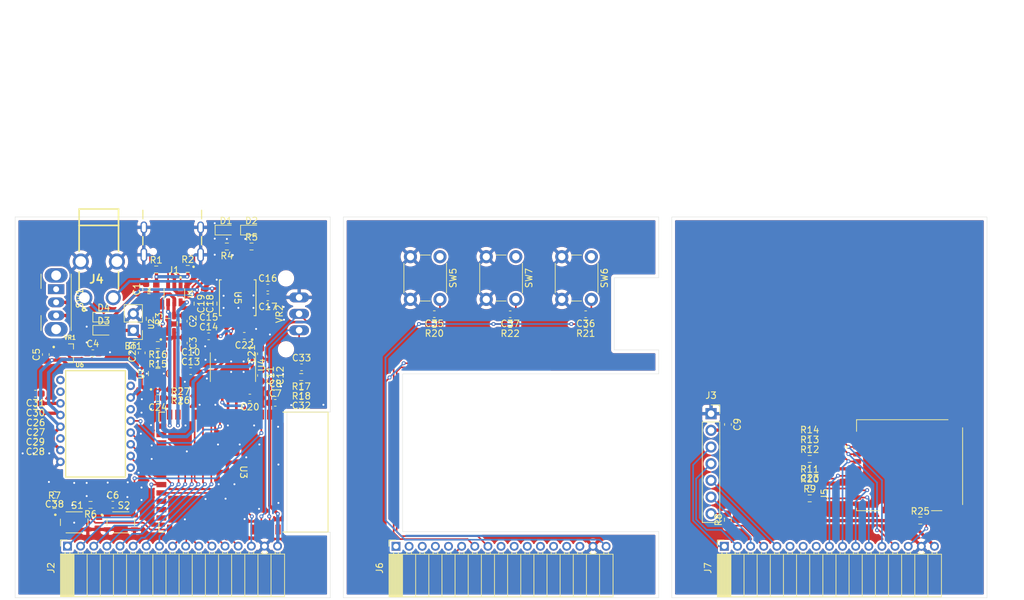
<source format=kicad_pcb>
(kicad_pcb (version 20241229) (generator "pcbnew") (generator_version "9.0")
  (layers (0 "F.Cu" signal) (2 "B.Cu" signal) (13 "F.Paste" user) (15 "B.Paste" user) (5 "F.SilkS" user "F.Silkscreen") (7 "B.SilkS" user "B.Silkscreen") (1 "F.Mask" user) (3 "B.Mask" user) (25 "Edge.Cuts" user))
  (net 0 "")
  (net 1 "GND")
  (net 2 "VBUS_FILT")
  (net 3 "VBAT")
  (net 4 "+3.3V")
  (net 5 "Net-(U3-EN)")
  (net 6 "AUDIO_L")
  (net 7 "AUDIO_R")
  (net 8 "Out_L")
  (net 9 "Out_R")
  (net 10 "Net-(U4-LDOO)")
  (net 11 "Net-(U4-CAPP)")
  (net 12 "Net-(U4-CAPM)")
  (net 13 "VDD_1.9V")
  (net 14 "Net-(U6-VDDPIX)")
  (net 15 "ENC_B")
  (net 16 "ENC_A")
  (net 17 "BTN_1")
  (net 18 "BTN_2")
  (net 19 "BTN_3")
  (net 20 "Net-(D1-K)")
  (net 21 "Net-(D2-K)")
  (net 22 "Net-(D3-K)")
  (net 23 "LCD_DC")
  (net 24 "SDA")
  (net 25 "SCL")
  (net 26 "LCD_RES")
  (net 27 "Net-(J1-CC2)")
  (net 28 "Net-(J1-CC1)")
  (net 29 "Net-(U2-PROG)")
  (net 30 "Net-(U2-STAT)")
  (net 31 "Net-(U3-IO0)")
  (net 32 "LCD_BLK")
  (net 33 "SD_DAT1")
  (net 34 "SD_DAT0")
  (net 35 "SD_CLK")
  (net 36 "SD_CMD")
  (net 37 "SD_DAT3")
  (net 38 "SD_DAT2")
  (net 39 "Net-(U7-NR{slash}FB)")
  (net 43 "I2S_BCLK")
  (net 44 "I2S_LRCK")
  (net 45 "SD_CD")
  (net 46 "OPT_MISO")
  (net 48 "Net-(U3-IO8)")
  (net 50 "OPT_CS")
  (net 52 "USB_DM_PROT")
  (net 53 "USB_DP_PROT")
  (net 55 "I2S_DOUT")
  (net 58 "USB_DM")
  (net 61 "USB_DP")
  (net 62 "Net-(FB1-Pad2)")
  (net 64 "Net-(J3-Pin_7)")
  (net 66 "Net-(SW1-C)")
  (footprint "Button_Switch_THT:SW_PUSH_6mm" (layer "F.Cu") (at 223.75 35.55 -90)
    (property "Reference" "SW6")
    (property "Value" "SW2")
  )
  (footprint "Capacitor_SMD:C_0603_1608Metric_Pad1.08x0.95mm_HandSolder" (layer "F.Cu") (at 173.44 50.34 90)
    (property "Reference" "C21")
    (property "Value" "1μF")
  )
  (footprint "Capacitor_SMD:C_0603_1608Metric_Pad1.08x0.95mm_HandSolder" (layer "F.Cu") (at 257 67.85 180)
    (property "Reference" "C23")
    (property "Value" "0.1μF")
  )
  (footprint "Capacitor_SMD:C_0603_1608Metric_Pad1.08x0.95mm_HandSolder" (layer "F.Cu") (at 175.6175 57.8)
    (property "Reference" "C7")
    (property "Value" "0.1μF")
  )
  (footprint "Resistor_SMD:R_0603_1608Metric_Pad0.98x0.95mm_HandSolder" (layer "F.Cu") (at 179.5875 55.35 180)
    (property "Reference" "R18")
    (property "Value" "10kΩ")
  )
  (footprint "Capacitor_SMD:C_0603_1608Metric_Pad1.08x0.95mm_HandSolder" (layer "F.Cu") (at 150.88 73.31)
    (property "Reference" "C6")
    (property "Value" "0.1μF")
  )
  (footprint "Capacitor_SMD:C_0603_1608Metric_Pad1.08x0.95mm_HandSolder" (layer "F.Cu") (at 199.8375 44.3 180)
    (property "Reference" "C35")
    (property "Value" "10μF")
  )
  (footprint "Capacitor_SMD:C_0603_1608Metric_Pad1.08x0.95mm_HandSolder" (layer "F.Cu") (at 174.49 41.74 180)
    (property "Reference" "C17")
    (property "Value" "10μF")
  )
  (footprint "Resistor_SMD:R_0603_1608Metric_Pad0.98x0.95mm_HandSolder" (layer "F.Cu") (at 157.7375 50.4725 180)
    (property "Reference" "R15")
    (property "Value" "52.3kΩ")
  )
  (footprint "Capacitor_SMD:C_0603_1608Metric_Pad1.08x0.95mm_HandSolder" (layer "F.Cu") (at 161.69 48.705 -90)
    (property "Reference" "C3")
    (property "Value" "4.7μF")
  )
  (footprint "Connector_PinSocket_2.00mm:PinSocket_1x17_P2.00mm_Horizontal" (layer "F.Cu") (at 244 79.65 90)
    (property "Reference" "J7")
    (property "Value" "Connector")
  )
  (footprint "Resistor_SMD:R_0603_1608Metric_Pad0.98x0.95mm_HandSolder" (layer "F.Cu") (at 157.49 37.5)
    (property "Reference" "R1")
    (property "Value" "5.1kΩ")
  )
  (footprint "Capacitor_SMD:C_0603_1608Metric_Pad1.08x0.95mm_HandSolder" (layer "F.Cu") (at 139.1 56.4 180)
    (property "Reference" "C31")
    (property "Value" "0.1μF")
  )
  (footprint "Capacitor_SMD:C_0603_1608Metric_Pad1.08x0.95mm_HandSolder" (layer "F.Cu") (at 211.3875 44.32 180)
    (property "Reference" "C37")
    (property "Value" "10μF")
  )
  (footprint "Diode_SMD:D_0603_1608Metric_Pad1.05x0.95mm_HandSolder" (layer "F.Cu") (at 149.5 46.75)
    (property "Reference" "D3")
    (property "Value" "D_Small")
  )
  (footprint "Resistor_SMD:R_0603_1608Metric_Pad0.98x0.95mm_HandSolder" (layer "F.Cu") (at 157.7375 49.01 180)
    (property "Reference" "R16")
    (property "Value" "30.1kΩ")
  )
  (footprint "Resistor_SMD:R_0603_1608Metric_Pad0.98x0.95mm_HandSolder" (layer "F.Cu") (at 162.29 37.41)
    (property "Reference" "R2")
    (property "Value" "5.1kΩ")
  )
  (footprint "Capacitor_SMD:C_0603_1608Metric_Pad1.08x0.95mm_HandSolder" (layer "F.Cu") (at 157.7375 57.07 180)
    (property "Reference" "C24")
    (property "Value" "1μF")
  )
  (footprint "Resistor_SMD:R_0603_1608Metric_Pad0.98x0.95mm_HandSolder" (layer "F.Cu") (at 147.49 73.34 180)
    (property "Reference" "R6")
    (property "Value" "10kΩ")
  )
  (footprint "Capacitor_SMD:C_0603_1608Metric_Pad1.08x0.95mm_HandSolder" (layer "F.Cu") (at 174.94 53.64 -90)
    (property "Reference" "C12")
    (property "Value" "0.1μF")
  )
  (footprint "Capacitor_SMD:C_0603_1608Metric_Pad1.08x0.95mm_HandSolder" (layer "F.Cu") (at 140.68 50.45 90)
    (property "Reference" "C5")
    (property "Value" "10μF")
  )
  (footprint "Library:PMW3360" (layer "F.Cu") (at 148.25 61)
    (property "Reference" "U6")
    (property "Value" "PMW3360DM-T2QU")
    (fp_line (start -4.445 -7.9375) (end 4.445 -7.9375) (stroke (width 0.01)) (layer "Edge.Cuts"))
    (fp_line (start -4.445 7.9375) (end -4.445 -7.9375) (stroke (width 0.01)) (layer "Edge.Cuts"))
    (fp_line (start 4.445 -7.9375) (end 4.445 7.9375) (stroke (width 0.01)) (layer "Edge.Cuts"))
    (fp_line (start 4.445 7.9375) (end -4.445 7.9375) (stroke (width 0.01)) (layer "Edge.Cuts"))
  )
  (footprint "Capacitor_SMD:C_0603_1608Metric_Pad1.08x0.95mm_HandSolder" (layer "F.Cu") (at 179.5875 56.81 180)
    (property "Reference" "C32")
    (property "Value" "10μF")
  )
  (footprint "Connector_PinSocket_2.00mm:PinSocket_1x17_P2.00mm_Horizontal" (layer "F.Cu") (at 143.975 79.625 90)
    (property "Reference" "J2")
    (property "Value" "Connector")
  )
  (footprint "Capacitor_SMD:C_0603_1608Metric_Pad1.08x0.95mm_HandSolder" (layer "F.Cu") (at 222.8875 44.31 180)
    (property "Reference" "C36")
    (property "Value" "10μF")
  )
  (footprint "Capacitor_SMD:C_0603_1608Metric_Pad1.08x0.95mm_HandSolder" (layer "F.Cu") (at 139.0875 62.32 180)
    (property "Reference" "C29")
    (property "Value" "0.1μF")
  )
  (footprint "Button_Switch_THT:SW_Slide_SPDT_Angled_CK_OS102011MA1Q" (layer "F.Cu") (at 142.25 40.5 -90)
    (property "Reference" "SW1")
    (property "Value" "Power")
  )
  (footprint "Library:GCT_USB4105-GF-A" (layer "F.Cu") (at 159.9275 31.0875 180)
    (property "Reference" "J1")
    (property "Value" "USB4105-GF-A")
  )
  (footprint "Resistor_SMD:R_0603_1608Metric_Pad0.98x0.95mm_HandSolder" (layer "F.Cu") (at 222.8875 45.81 180)
    (property "Reference" "R21")
    (property "Value" "10kΩ")
  )
  (footprint "Resistor_SMD:R_0603_1608Metric_Pad0.98x0.95mm_HandSolder" (layer "F.Cu") (at 199.8375 45.8 180)
    (property "Reference" "R20")
    (property "Value" "10kΩ")
  )
  (footprint "Resistor_SMD:R_0603_1608Metric_Pad0.98x0.95mm_HandSolder" (layer "F.Cu") (at 257 64.85)
    (property "Reference" "R13")
    (property "Value" "10kΩ")
  )
  (footprint "Capacitor_SMD:C_0603_1608Metric_Pad1.08x0.95mm_HandSolder" (layer "F.Cu") (at 162.73 52.975)
    (property "Reference" "C13")
    (property "Value" "0.1μF")
  )
  (footprint "Capacitor_SMD:C_0603_1608Metric_Pad1.08x0.95mm_HandSolder" (layer "F.Cu") (at 165.48 46.195)
    (property "Reference" "C15")
    (property "Value" "2.2μF")
  )
  (footprint "Library:SOT95P280X145-5N" (layer "F.Cu") (at 159.25 45.75 90)
    (property "Reference" "U2")
    (property "Value" "MCP73831T-2ACI_OT")
  )
  (footprint "Resistor_SMD:R_0603_1608Metric_Pad0.98x0.95mm_HandSolder" (layer "F.Cu") (at 156.5 45 -90)
    (property "Reference" "R3")
    (property "Value" "4.0kΩ")
  )
  (footprint "Connector_PinSocket_2.00mm:PinSocket_1x17_P2.00mm_Horizontal" (layer "F.Cu") (at 194 79.65 90)
    (property "Reference" "J6")
    (property "Value" "Connector")
  )
  (footprint "Diode_SMD:D_0603_1608Metric_Pad1.05x0.95mm_HandSolder" (layer "F.Cu") (at 149.5 44.75)
    (property "Reference" "D4")
    (property "Value" "D_Small")
  )
  (footprint "Resistor_SMD:R_0603_1608Metric_Pad0.98x0.95mm_HandSolder" (layer "F.Cu") (at 257 66.35)
    (property "Reference" "R12")
    (property "Value" "10kΩ")
  )
  (footprint "Library:SOT95P280X145-5N" (layer "F.Cu") (at 157.75 53.345 90)
    (property "Reference" "U7")
    (property "Value" "TPS73601DBVR")
  )
  (footprint "Capacitor_SMD:C_0603_1608Metric_Pad1.08x0.95mm_HandSolder" (layer "F.Cu") (at 174.48 40.27)
    (property "Reference" "C16")
    (property "Value" "0.1μF")
  )
  (footprint "Library:NJR-DMP8_NJR" (layer "F.Cu") (at 169.9 41.8 -90)
    (property "Reference" "U5")
    (property "Value" "NJM2073M-ND")
  )
  (footprint "Capacitor_SMD:C_0603_1608Metric_Pad1.08x0.95mm_HandSolder" (layer "F.Cu") (at 147.84 50.24)
    (property "Reference" "C4")
    (property "Value" "1μF")
  )
  (footprint "Resistor_SMD:R_0603_1608Metric_Pad0.98x0.95mm_HandSolder" (layer "F.Cu") (at 273.8375 75.74)
    (property "Reference" "R25")
    (property "Value" "10kΩ")
  )
  (footprint "Capacitor_SMD:C_0603_1608Metric_Pad1.08x0.95mm_HandSolder" (layer "F.Cu") (at 165.48 47.685)
    (property "Reference" "C14")
    (property "Value" "2.2μF")
  )
  (footprint "Capacitor_SMD:C_0603_1608Metric_Pad1.08x0.95mm_HandSolder" (layer "F.Cu") (at 139.1375 59.39 180)
    (property "Reference" "C26")
    (property "Value" "10μF")
  )
  (footprint "Resistor_SMD:R_0603_1608Metric_Pad0.98x0.95mm_HandSolder" (layer "F.Cu") (at 211.3875 45.82 180)
    (property "Reference" "R22")
    (property "Value" "10kΩ")
  )
  (footprint "Capacitor_SMD:C_0603_1608Metric_Pad1.08x0.95mm_HandSolder" (layer "F.Cu") (at 142 71.8 180)
    (property "Reference" "C38")
    (property "Value" "0.1μF")
  )
  (footprint "Capacitor_SMD:C_0603_1608Metric_Pad1.08x0.95mm_HandSolder" (layer "F.Cu") (at 139.125 60.85 180)
    (property "Reference" "C27")
    (property "Value" "0.1μF")
  )
  (footprint "LED_SMD:LED_0603_1608Metric_Pad1.05x0.95mm_HandSolder" (layer "F.Cu") (at 168.125 31.5)
    (property "Reference" "D1")
    (property "Value" "Red")
  )
  (footprint "Resistor_SMD:R_0603_1608Metric_Pad0.98x0.95mm_HandSolder" (layer "F.Cu") (at 257 70.85)
    (property "Reference" "R10")
    (property "Value" "10kΩ")
  )
  (footprint "Resistor_SMD:R_0603_1608Metric_Pad0.98x0.95mm_HandSolder" (layer "F.Cu") (at 179.575 53.88 180)
    (property "Reference" "R17")
    (property "Value" "10kΩ")
  )
  (footprint "Resistor_SMD:R_0603_1608Metric_Pad0.98x0.95mm_HandSolder" (layer "F.Cu") (at 141.99 73.35)
    (property "Reference" "R7")
    (property "Value" "10kΩ")
  )
  (footprint "Connector_PinSocket_2.54mm:PinSocket_1x07_P2.54mm_Vertical" (layer "F.Cu") (at 241.975 59.45)
    (property "Reference" "J3")
    (property "Value" "display")
  )
  (footprint "Library:TRIM_EC10E1220501" (layer "F.Cu") (at 179.25 44.25 90)
    (property "Reference" "VR2")
    (property "Value" "EC10E")
  )
  (footprint "Capacitor_SMD:C_0603_1608Metric_Pad1.08x0.95mm_HandSolder" (layer "F.Cu") (at 139.0875 63.81 180)
    (property "Reference" "C28")
    (property "Value" "10μF")
  )
  (footprint "Connector_PinHeader_2.54mm:PinHeader_1x02_P2.54mm_Vertical" (layer "F.Cu") (at 154 46.775 180)
    (property "Reference" "BT1")
    (property "Value" "502030 LiPo")
  )
  (footprint "Capacitor_SMD:C_0603_1608Metric_Pad1.08x0.95mm_HandSolder" (layer "F.Cu") (at 162.74 51.515)
    (property "Reference" "C10")
    (property "Value" "10μF")
  )
  (footprint "Library:ESP32-S3-WROOM-1_EXP" (layer "F.Cu") (at 170.78 68.35 -90)
    (property "Reference" "U3")
    (property "Value" "ESP32-S3-WROOM-1-N16R8")
  )
  (footprint "Button_Switch_THT:SW_PUSH_6mm" (layer "F.Cu") (at 212.25 35.55 -90)
    (property "Reference" "SW7")
    (property "Value" "SW3")
  )
  (footprint "Library:HRS_DM3AT-SF-PEJM5" (layer "F.Cu") (at 272.2125 67.3 90)
    (property "Reference" "J5")
    (property "Value" "DM3AT-SF-PEJM5")
  )
  (footprint "Capacitor_SMD:C_0805_2012Metric_Pad1.18x1.45mm_HandSolder" (layer "F.Cu") (at 164 42.7 -90)
    (property "Reference" "C18")
    (property "Value" "220μF")
  )
  (footprint "Library:SOT95P280X145-6N" (layer "F.Cu") (at 160.25 41.25 -90)
    (property "Reference" "U1")
    (property "Value" "USBLC6-2SC6")
  )
  (footprint "Capacitor_SMD:C_0603_1608Metric_Pad1.08x0.95mm_HandSolder" (layer "F.Cu") (at 155.95 40.5 90)
    (property "Reference" "C1")
    (property "Value" "0.1μF")
  )
  (footprint "Capacitor_SMD:C_0603_1608Metric_Pad1.08x0.95mm_HandSolder" (layer "F.Cu") (at 179.625 52.39)
    (property "Reference" "C33")
    (property "Value" "10μF")
  )
  (footprint "Resistor_SMD:R_0603_1608Metric_Pad0.98x0.95mm_HandSolder" (layer "F.Cu") (at 172 34)
    (property "Reference" "R5")
    (property "Value" "1.0kΩ")
  )
  (footprint "Library:BEADC1608X95N" (layer "F.Cu") (at 157.5 40.5 90)
    (property "Reference" "FB1")
    (property "Value" "120Ω@100MHz")
  )
  (footprint "Resistor_SMD:R_0603_1608Metric_Pad0.98x0.95mm_HandSolder" (layer "F.Cu") (at 244.5375 75.6 90)
    (property "Reference" "R8")
    (property "Value" "100Ω")
  )
  (footprint "Capacitor_SMD:C_0603_1608Metric_Pad1.08x0.95mm_HandSolder" (layer "F.Cu") (at 155.2875 50.1925 90)
    (property "Reference" "C25")
    (property "Value" "1μF")
  )
  (footprint "Library:SW_SKRPACE010" (layer "F.Cu") (at 152.1 76)
    (property "Reference" "S2")
    (property "Value" "SW_RST")
  )
  (footprint "Resistor_SMD:R_0603_1608Metric_Pad0.98x0.95mm_HandSolder" (layer "F.Cu") (at 161.1875 57.51)
    (property "Reference" "R27")
    (property "Value" "100kΩ")
  )
  (footprint "Capacitor_SMD:C_0603_1608Metric_Pad1.08x0.95mm_HandSolder" (layer "F.Cu") (at 171.75 57 180)
    (property "Reference" "C20")
    (property "Value" "1μF")
  )
  (footprint "Capacitor_SMD:C_0805_2012Metric_Pad1.18x1.45mm_HandSolder" (layer "F.Cu") (at 166 42.7 90)
    (property "Reference" "C19")
    (property "Value" "220μF")
  )
  (footprint "Capacitor_SMD:C_0603_1608Metric_Pad1.08x0.95mm_HandSolder" (layer "F.Cu") (at 170.9 47.6 180)
    (property "Reference" "C22")
    (property "Value" "1μF")
  )
  (footprint "Resistor_SMD:R_0603_1608Metric_Pad0.98x0.95mm_HandSolder" (layer "F.Cu") (at 257 69.35)
    (property "Reference" "R11")
    (property "Value" "10kΩ")
  )
  (footprint "Capacitor_SMD:C_0603_1608Metric_Pad1.08x0.95mm_HandSolder" (layer "F.Cu") (at 244.55 61.1 -90)
    (property "Reference" "C9")
    (property "Value" "0.1μF")
  )
  (footprint "Capacitor_SMD:C_0603_1608Metric_Pad1.08x0.95mm_HandSolder" (layer "F.Cu") (at 173.44 53.64 -90)
    (property "Reference" "C11")
    (property "Value" "10μF")
  )
  (footprint "Resistor_SMD:R_0603_1608Metric_Pad0.98x0.95mm_HandSolder" (layer "F.Cu") (at 257 63.35)
    (property "Reference" "R14")
    (property "Value" "10kΩ")
  )
  (footprint "Resistor_SMD:R_0603_1608Metric_Pad0.98x0.95mm_HandSolder" (layer "F.Cu") (at 161.1875 56 180)
    (property "Reference" "R26")
    (property "Value" "100kΩ")
  )
  (footprint "Resistor_SMD:R_0603_1608Metric_Pad0.98x0.95mm_HandSolder" (layer "F.Cu") (at 168.25 34 180)
    (property "Reference" "R4")
    (property "Value" "470Ω")
  )
  (footprint "Capacitor_SMD:C_0603_1608Metric_Pad1.08x0.95mm_HandSolder" (layer "F.Cu") (at 139.1 57.9 180)
    (property "Reference" "C30")
    (property "Value" "4.7μF")
  )
  (footprint "Library:SW_SKRPACE010" (layer "F.Cu") (at 145 76)
    (property "Reference" "S1")
    (property "Value" "SW_BOOT")
  )
  (footprint "Library:SOT95P237X112-3N" (layer "F.Cu") (at 144.25 50.25)
    (property "Reference" "VR1")
    (property "Value" "MCP1700T-3302E_TT")
  )
  (footprint "Button_Switch_THT:SW_PUSH_6mm" (layer "F.Cu") (at 200.7 35.55 -90)
    (property "Reference" "SW5")
    (property "Value" "SW1")
  )
  (footprint "Capacitor_SMD:C_0603_1608Metric_Pad1.08x0.95mm_HandSolder" (layer "F.Cu") (at 175.6275 56.33)
    (property "Reference" "C8")
    (property "Value" "10μF")
  )
  (footprint "LED_SMD:LED_0603_1608Metric_Pad1.05x0.95mm_HandSolder" (layer "F.Cu") (at 172 31.5)
    (property "Reference" "D2")
    (property "Value" "Green")
  )
  (footprint "Resistor_SMD:R_0603_1608Metric_Pad0.98x0.95mm_HandSolder" (layer "F.Cu") (at 257 72.35)
    (property "Reference" "R9")
    (property "Value" "10kΩ")
  )
  (footprint "Library:SOP65P640X120-20N" (layer "F.Cu") (at 169.175 52.37 -90)
    (property "Reference" "U4")
    (property "Value" "PCM5102APWR")
  )
  (footprint "Capacitor_SMD:C_0603_1608Metric_Pad1.08x0.95mm_HandSolder" (layer "F.Cu") (at 161.68 45.37 -90)
    (property "Reference" "C2")
    (property "Value" "4.7μF")
  )
  (footprint "Library:MJ-8435" (layer "F.Cu") (at 148.75 30.7875)
    (property "Reference" "J4")
    (property "Value" "MJ-8435" (hide yes))
  )
  (gr_line (start 234 77.4) (end 195 77.4) (stroke (width 0.05)) (layer "Edge.Cuts"))
  (gr_line (start 234 49.75) (end 234 53.4) (stroke (width 0.05)) (layer "Edge.Cuts"))
  (gr_line (start 184 59.2) (end 184 29.5) (stroke (width 0.05)) (layer "Edge.Cuts"))
  (gr_line (start 234 77.4) (end 234 87.5) (stroke (width 0.05)) (layer "Edge.Cuts"))
  (gr_line (start 234 38.75) (end 234 29.5) (stroke (width 0.05)) (layer "Edge.Cuts"))
  (gr_line (start 227.25 38.75) (end 234 38.75) (stroke (width 0.05)) (layer "Edge.Cuts"))
  (gr_rect (start 236 29.5) (end 284 87.5) (stroke (width 0.05)) (fill no) (layer "Edge.Cuts"))
  (gr_line (start 184 87.5) (end 184 77.5) (stroke (width 0.05)) (layer "Edge.Cuts"))
  (gr_line (start 177.4 77.5) (end 177.4 59.2) (stroke (width 0.05)) (layer "Edge.Cuts"))
  (gr_line (start 184 77.5) (end 177.4 77.5) (stroke (width 0.05)) (layer "Edge.Cuts"))
  (gr_line (start 195 77.4) (end 195 53.4) (stroke (width 0.05)) (layer "Edge.Cuts"))
  (gr_line (start 186 87.5) (end 234 87.5) (stroke (width 0.05)) (layer "Edge.Cuts"))
  (gr_line (start 227.25 38.75) (end 227.25 49.75) (stroke (width 0.05)) (layer "Edge.Cuts"))
  (gr_line (start 177.4 59.2) (end 183.9 59.2) (stroke (width 0.05)) (layer "Edge.Cuts"))
  (gr_line (start 186 29.5) (end 186 87.5) (stroke (width 0.05)) (layer "Edge.Cuts"))
  (gr_line (start 183.9 59.2) (end 184 59.2) (stroke (width 0.05)) (layer "Edge.Cuts"))
  (gr_line (start 234 29.5) (end 186 29.5) (stroke (width 0.05)) (layer "Edge.Cuts"))
  (gr_line (start 227.25 49.75) (end 234 49.75) (stroke (width 0.05)) (layer "Edge.Cuts"))
  (gr_line (start 136 29.5) (end 184 29.5) (stroke (width 0.05)) (layer "Edge.Cuts"))
  (gr_line (start 195 53.4) (end 234 53.4) (stroke (width 0.05)) (layer "Edge.Cuts"))
  (gr_line (start 136 29.5) (end 136 87.5) (stroke (width 0.05)) (layer "Edge.Cuts"))
  (gr_line (start 136 87.5) (end 184 87.5) (stroke (width 0.05)) (layer "Edge.Cuts"))
  (segment (start 159.800504 45.949) (end 161.3965 45.949) (width 0.5) (layer "F.Cu") (net 1))
  (segment (start 163.1275 35.8425) (end 163.1275 37.335) (width 0.5) (layer "F.Cu") (net 1))
  (segment (start 160.25 40.6) (end 160.701 41.051) (width 0.5) (layer "F.Cu") (net 1))
  (segment (start 162 40) (end 163.2025 38.7975) (width 0.5) (layer "F.Cu") (net 1))
  (segment (start 176.04 59.6) (end 176.04 58.24) (width 0.5) (layer "F.Cu") (net 1))
  (segment (start 176.48 57.8) (end 176.48 56.34) (width 0.5) (layer "F.Cu") (net 1))
  (segment (start 164.2475 35.2675) (end 164.2475 37.0525) (width 0.5) (layer "F.Cu") (net 1))
  (segment (start 161.640652 41.051) (end 162 40.691652) (width 0.5) (layer "F.Cu") (net 1))
  (segment (start 171.45 52.15) (end 170.8 51.5) (width 0.4) (layer "F.Cu") (net 1))
  (segment (start 158.6 57.07) (end 159.835 57.07) (width 0.5) (layer "F.Cu") (net 1))
  (segment (start 163.89 37.41) (end 163.2025 37.41) (width 0.5) (layer "F.Cu") (net 1))
  (segment (start 170.8 49.5) (end 170.8 51.5) (width 0.4) (layer "F.Cu") (net 1))
  (segment (start 159.25 47.005) (end 159.25 46.499504) (width 0.5) (layer "F.Cu") (net 1))
  (segment (start 156.7275 35.8425) (end 156.7275 37.35) (width 0.5) (layer "F.Cu") (net 1))
  (segment (start 170.15 53.75) (end 170.8 53.1) (width 0.4) (layer "F.Cu") (net 1))
  (segment (start 166.9 49.5) (end 166.25 49.5) (width 0.4) (layer "F.Cu") (net 1))
  (segment (start 159.835 57.07) (end 160.275 57.51) (width 0.5) (layer "F.Cu") (net 1))
  (segment (start 176.48 56.34) (end 176.49 56.33) (width 0.5) (layer "F.Cu") (net 1))
  (segment (start 155.95 38.3) (end 155.8 38.3) (width 0.5) (layer "F.Cu") (net 1))
  (segment (start 159.25 46.499504) (end 159.800504 45.949) (width 0.5) (layer "F.Cu") (net 1))
  (segment (start 163.1275 37.335) (end 163.2025 37.41) (width 0.5) (layer "F.Cu") (net 1))
  (segment (start 155.2875 49.33) (end 156.505 49.33) (width 0.5) (layer "F.Cu") (net 1))
  (segment (start 160.701 41.051) (end 161.640652 41.051) (width 0.5) (layer "F.Cu") (net 1))
  (segment (start 156.7275 37.35) (end 156.5775 37.5) (width 0.5) (layer "F.Cu") (net 1))
  (segment (start 161.8675 51.525) (end 161.8775 51.515) (width 0.5) (layer "F.Cu") (net 1))
  (segment (start 171.45 55.24) (end 171.45 52.15) (width 0.4) (layer "F.Cu") (net 1))
  (segment (start 160.25 39.995) (end 160.25 40.6) (width 0.5) (layer "F.Cu") (net 1))
  (segment (start 169.5 55.24) (end 169.5 53.7) (width 0.4) (layer "F.Cu") (net 1))
  (segment (start 169.5 53.7) (end 168.9 53.1) (width 0.4) (layer "F.Cu") (net 1))
  (segment (start 155.8 38.3) (end 155.6 38.1) (width 0.5) (layer "F.Cu") (net 1))
  (segment (start 166.9 53.5) (end 168.9 51.5) (width 0.4) (layer "F.Cu") (net 1))
  (segment (start 163.2025 38.7975) (end 163.2025 37.41) (width 0.5) (layer "F.Cu") (net 1))
  (segment (start 161.69 49.5675) (end 161.69 51.3275) (width 0.5) (layer "F.Cu") (net 1))
  (segment (start 161.3965 45.949) (end 161.68 46.2325) (width 0.5) (layer "F.Cu") (net 1))
  (segment (start 155.95 39.6375) (end 155.95 38.3) (width 0.5) (layer "F.Cu") (net 1))
  (segment (start 164.2475 37.0525) (end 163.89 37.41) (width 0.5) (layer "F.Cu") (net 1))
  (segment (start 166.9 55.24) (end 166.9 53.5) (width 0.4) (layer "F.Cu") (net 1))
  (segment (start 156.505 49.33) (end 156.825 49.01) (width 0.5) (layer "F.Cu") (net 1))
  (segment (start 162 40.691652) (end 162 40) (width 0.5) (layer "F.Cu") (net 1))
  (segment (start 170.15 55.24) (end 170.15 53.75) (width 0.4) (layer "F.Cu") (net 1))
  (segment (start 176.04 58.24) (end 176.48 57.8) (width 0.5) (layer "F.Cu") (net 1))
  (segment (start 161.8675 52.975) (end 161.8675 51.525) (width 0.5) (layer "F.Cu") (net 1))
  (segment (start 155.6075 38.0925) (end 155.6075 35.2675) (width 0.5) (layer "F.Cu") (net 1))
  (segment (start 155.6 38.1) (end 155.6075 38.0925) (width 0.5) (layer "F.Cu") (net 1))
  (segment (start 161.69 51.3275) (end 161.8775 51.515) (width 0.5) (layer "F.Cu") (net 1))
  (via (at 146.9 70) (size 0.6) (drill 0.3) (layers "F.Cu" "B.Cu") (net 1))
  (via (at 176.95 45.15) (size 0.6) (drill 0.3) (layers "F.Cu" "B.Cu") (net 1))
  (via (at 176.1 67.2) (size 0.6) (drill 0.3) (layers "F.Cu" "B.Cu") (net 1))
  (via (at 170.8 51.5) (size 0.6) (drill 0.3) (layers "F.Cu" "B.Cu") (net 1))
  (via (at 166.4 32.8) (size 0.6) (drill 0.3) (layers "F.Cu" "B.Cu") (net 1))
  (via (at 166.4 35.25) (size 0.6) (drill 0.3) (layers "F.Cu" "B.Cu") (net 1))
  (via (at 169.4 70.2) (size 0.6) (drill 0.3) (layers "F.Cu" "B.Cu") (net 1))
  (via (at 156.7 61.2) (size 0.6) (drill 0.3) (layers "F.Cu" "B.Cu") (net 1))
  (via (at 154.8 68.45) (size 0.6) (drill 0.3) (layers "F.Cu" "B.Cu") (net 1))
  (via (at 164.1 58.1) (size 0.6) (drill 0.3) (layers "F.Cu" "B.Cu") (net 1))
  (via (at 138.8 65.5) (size 0.6) (drill 0.3) (layers "F.Cu" "B.Cu") (net 1))
  (via (at 176.05 61.45) (size 0.6) (drill 0.3) (layers "F.Cu" "B.Cu") (net 1))
  (via (at 178.05 58.15) (size 0.6) (drill 0.3) (layers "F.Cu" "B.Cu") (net 1))
  (via (at 150.1 72.05) (size 0.6) (drill 0.3) (layers "F.Cu" "B.Cu") (net 1))
  (via (at 153.55 50.15) (size 0.6) (drill 0.3) (layers "F.Cu" "B.Cu") (net 1))
  (via (at 157.75 51.45) (size 0.6) (drill 0.3) (layers "F.Cu" "B.Cu") (net 1))
  (via (at 165 72.45) (size 0.6) (drill 0.3) (layers "F.Cu" "B.Cu") (net 1))
  (via (at 155.25 72.6) (size 0.6) (drill 0.3) (layers "F.Cu" "B.Cu") (net 1))
  (via (at 166.9 64.15) (size 0.6) (drill 0.3) (layers "F.Cu" "B.Cu") (net 1))
  (via (at 163.15 50.15) (size 0.6) (drill 0.3) (layers "F.Cu" "B.Cu") (net 1))
  (via (at 164.95 49.2) (size 0.6) (drill 0.3) (layers "F.Cu" "B.Cu") (net 1))
  (via (at 168.9 53.1) (size 0.6) (drill 0.3) (layers "F.Cu" "B.Cu") (net 1))
  (via (at 161.85 54.6) (size 0.6) (drill 0.3) (layers "F.Cu" "B.Cu") (net 1))
  (via (at 146.9 48.6) (size 0.6) (drill 0.3) (layers "F.Cu" "B.Cu") (net 1))
  (via (at 166.5 58.1) (size 0.6) (drill 0.3) (layers "F.Cu" "B.Cu") (net 1))
  (via (at 153.55 48.65) (size 0.6) (drill 0.3) (layers "F.Cu" "B.Cu") (net 1))
  (via (at 158.65 53.35) (size 0.6) (drill 0.3) (layers "F.Cu" "B.Cu") (net 1))
  (via (at 166.7 39.05) (size 0.6) (drill 0.3) (layers "F.Cu" "B.Cu") (net 1))
  (via (at 167.75 41.5) (size 0.6) (drill 0.3) (layers "F.Cu" "B.Cu") (net 1))
  (via (at 155.3 57.25) (size 0.6) (drill 0.3) (layers "F.Cu" "B.Cu") (net 1))
  (via (at 167.75 43.35) (size 0.6) (drill 0.3) (layers "F.Cu" "B.Cu") (net 1))
  (via (at 153.1 74) (size 0.6) (drill 0.3) (layers "F.Cu" "B.Cu") (net 1))
  (via (at 145 70) (size 0.6) (drill 0.3) (layers "F.Cu" "B.Cu") (net 1))
  (via (at 171.05 32.85) (size 0.6) (drill 0.3) (layers "F.Cu" "B.Cu") (net 1))
  (via (at 172.4 61.25) (size 0.6) (drill 0.3) (layers "F.Cu" "B.Cu") (net 1))
  (via (at 150.45 50.1) (size 0.6) (drill 0.3) (layers "F.Cu" "B.Cu") (net 1))
  (via (at 163.1 45.3) (size 0.6) (drill 0.3) (layers "F.Cu" "B.Cu") (net 1))
  (via (at 155.15 62.5) (size 0.6) (drill 0.3) (layers "F.Cu" "B.Cu") (net 1))
  (via (at 169.15 35.3) (size 0.6) (drill 0.3) (layers "F.Cu" "B.Cu") (net 1))
  (via (at 168.05 72.4) (size 0.6) (drill 0.3) (layers "F.Cu" "B.Cu") (net 1))
  (via (at 146.9 43.7) (size 0.6) (drill 0.3) (layers "F.Cu" "B.Cu") (net 1))
  (via (at 176.5 55.3) (size 0.6) (drill 0.3) (layers "F.Cu" "B.Cu") (net 1))
  (via (at 168.25 32.85) (size 0.6) (drill 0.3) (layers "F.Cu" "B.Cu") (net 1))
  (via (at 137.15 65.5) (size 0.6) (drill 0.3) (layers "F.Cu" "B.Cu") (net 1))
  (via (at 146.9 46.2) (size 0.6) (drill 0.3) (layers "F.Cu" "B.Cu") (net 1))
  (via (at 156.7 58.75) (size 0.6) (drill 0.3) (layers "F.Cu" "B.Cu") (net 1))
  (via (at 170.8 53.1) (size 0.6) (drill 0.3) (layers "F.Cu" "B.Cu") (net 1))
  (via (at 174.7 43.25) (size 0.6) (drill 0.3) (layers "F.Cu" "B.Cu") (net 1))
  (via (at 150.1 69.95) (size 0.6) (drill 0.3) (layers "F.Cu" "B.Cu") (net 1))
  (via (at 141.15 69.85) (size 0.6) (drill 0.3) (layers "F.Cu" "B.Cu") (net 1))
  (via (at 172.3 41.45) (size 0.6) (drill 0.3) (layers "F.Cu" "B.Cu") (net 1))
  (via (at 170.95 75.5) (size 0.6) (drill 0.3) (layers "F.Cu" "B.Cu") (net 1))
  (via (at 144.7 73.4) (size 0.6) (drill 0.3) (layers "F.Cu" "B.Cu") (net 1))
  (via (at 156.05 53.35) (size 0.6) (drill 0.3) (layers "F.Cu" "B.Cu") (net 1))
  (via (at 172.7 46.55) (size 0.6) (drill 0.3) (layers "F.Cu" "B.Cu") (net 1))
  (via (at 171.2 66.1) (size 0.6) (drill 0.3) (layers "F.Cu" "B.Cu") (net 1))
  (via (at 155.25 70.7) (size 0.6) (drill 0.3) (layers "F.Cu" "B.Cu") (net 1))
  (via (at 153.15 69.9) (size 0.6) (drill 0.3) (layers "F.Cu" "B.Cu") (net 1))
  (via (at 176.8 53.45) (size 0.6) (drill 0.3) (layers "F.Cu" "B.Cu") (net 1))
  (via (at 161.95 61.25) (size 0.6) (drill 0.3) (layers "F.Cu" "B.Cu") (net 1))
  (via (at 168.4 61.25) (size 0.6) (drill 0.3) (layers "F.Cu" "B.Cu") (net 1))
  (via (at 166.5 51.25) (size 0.6) (drill 0.3) (layers "F.Cu" "B.Cu") (net 1))
  (via (at 165 51.25) (size 0.6) (drill 0.3) (layers "F.Cu" "B.Cu") (net 1))
  (via (at 168.9 51.5) (size 0.6) (drill 0.3) (layers "F.Cu" "B.Cu") (net 1))
  (via (at 182.95 58.1) (size 0.6) (drill 0.3) (layers "F.Cu" "B.Cu") (net 1))
  (via (at 176.1 73.05) (size 0.6) (drill 0.3) (layers "F.Cu" "B.Cu") (net 1))
  (via (at 146.9 72) (size 0.6) (drill 0.3) (layers "F.Cu" "B.Cu") (net 1))
  (via (at 174.8 47.4) (size 0.6) (drill 0.3) (layers "F.Cu" "B.Cu") (net 1))
  (via (at 172.3 43.35) (size 0.6) (drill 0.3) (layers "F.Cu" "B.Cu") (net 1))
  (via (at 156.8 64.3) (size 0.6) (drill 0.3) (layers "F.Cu" "B.Cu") (net 1))
  (via (at 161.85 75.55) (size 0.6) (drill 0.3) (layers "F.Cu" "B.Cu") (net 1))
  (via (at 176.9 43.2) (size 0.6) (drill 0.3) (layers "F.Cu" "B.Cu") (net 1))
  (via (at 170.2 64.15) (size 0.6) (drill 0.3) (layers "F.Cu" "B.Cu") (net 1))
  (via (at 141.2 65.5) (size 0.6) (drill 0.3) (layers "F.Cu" "B.Cu") (net 1))
  (via (at 170 43.35) (size 0.6) (drill 0.3) (layers "F.Cu" "B.Cu") (net 1))
  (via (at 155.25 59.3) (size 0.6) (drill 0.3) (layers "F.Cu" "B.Cu") (net 1))
  (via (at 165.2 54.1) (size 0.6) (drill 0.3) (layers "F.Cu" "B.Cu") (net 1))
  (via (at 145 76.05) (size 0.6) (drill 0.3) (layers "F.Cu" "B.Cu") (net 1))
  (via (at 166.4 30.45) (size 0.6) (drill 0.3) (layers "F.Cu" "B.Cu") (net 1))
  (via (at 170 41.45) (size 0.6) (drill 0.3) (layers "F.Cu" "B.Cu") (net 1))
  (via (at 156.8 66.35) (size 0.6) (drill 0.3) (layers "F.Cu" "B.Cu") (net 1))
  (via (at 173.15 73.95) (size 0.6) (drill 0.3) (layers "F.Cu" "B.Cu") (net 1))
  (via (at 162.15 65.2) (size 0.6) (drill 0.3) (layers "F.Cu" "B.Cu") (net 1))
  (via (at 173.2 64.15) (size 0.6) (drill 0.3) (layers "F.Cu" "B.Cu") (net 1))
  (via (at 167 70.2) (size 0.6) (drill 0.3) (layers "F.Cu" "B.Cu") (net 1))
  (via (at 153.1 72.15) (size 0.6) (drill 0.3) (layers "F.Cu" "B.Cu") (net 1))
  (segment (start 155.9775 41.235) (end 155.95 41.2625) (width 0.5) (layer "F.Cu") (net 2))
  (segment (start 150.85 44.75) (end 154.2375 41.3625) (width 0.5) (layer "F.Cu") (net 2))
  (segment (start 160.25 41.9) (end 160.25 42.505) (width 0.5) (layer "F.Cu") (net 2))
  (segment (start 159.585 41.235) (end 160.25 41.9) (width 0.5) (layer "F.Cu") (net 2))
  (segment (start 160.2 44.495) (end 160.2 42.555) (width 0.5) (layer "F.Cu") (net 2))
  (segment (start 154.2375 41.3625) (end 155.95 41.3625) (width 0.5) (layer "F.Cu") (net 2))
  (segment (start 157.5 41.235) (end 156.0775 41.235) (width 0.5) (layer "F.Cu") (net 2))
  (segment (start 160.2125 44.5075) (end 160.2 44.495) (width 0.5) (layer "F.Cu") (net 2))
  (segment (start 160.2 42.555) (end 160.25 42.505) (width 0.5) (layer "F.Cu") (net 2))
  (segment (start 157.5 41.235) (end 159.585 41.235) (width 0.5) (layer "F.Cu") (net 2))
  (segment (start 161.68 44.5075) (end 160.2125 44.5075) (width 0.5) (layer "F.Cu") (net 2))
  (segment (start 150.375 44.75) (end 150.85 44.75) (width 0.5) (layer "F.Cu") (net 2))
  (segment (start 156.0775 41.235) (end 155.95 41.3625) (width 0.5) (layer "F.Cu") (net 2))
  (segment (start 160.3 47.105) (end 160.2 47.005) (width 0.5) (layer "F.Cu") (net 3))
  (segment (start 160.275 56) (end 160.275 47.08) (width 0.4) (layer "F.Cu") (net 3))
  (segment (start 160.432501 47.8425) (end 160.2 47.609999) (width 0.5) (layer "F.Cu") (net 3))
  (segment (start 155.286 48.061) (end 154 46.775) (width 0.5) (layer "F.Cu") (net 3))
  (segment (start 160.2 47.005) (end 160.2 47.609999) (width 0.5) (layer "F.Cu") (net 3))
  (segment (start 160.2 47.609999) (end 159.748999 48.061) (width 0.5) (layer "F.Cu") (net 3))
  (segment (start 154 46.775) (end 150.4 46.775) (width 0.5) (layer "F.Cu") (net 3))
  (segment (start 150.4 46.775) (end 150.375 46.75) (width 0.5) (layer "F.Cu") (net 3))
  (segment (start 161.69 47.8425) (end 160.432501 47.8425) (width 0.5) (layer "F.Cu") (net 3))
  (segment (start 160.275 47.08) (end 160.2 47.005) (width 0.4) (layer "F.Cu") (net 3))
  (segment (start 159.748999 48.061) (end 155.286 48.061) (width 0.5) (layer "F.Cu") (net 3))
  (segment (start 172.1 55.24) (end 172.1 51.7) (width 0.4) (layer "F.Cu") (net 4))
  (segment (start 139.95 66.7) (end 139.95 63.81) (width 0.5) (layer "F.Cu") (net 4))
  (segment (start 173.44 49.4775) (end 172.1225 49.4775) (width 0.5) (layer "F.Cu") (net 4))
  (segment (start 142.025 62.32) (end 142.9 61.445) (width 0.5) (layer "F.Cu") (net 4))
  (segment (start 156.05 56.05) (end 157.7 56.05) (width 0.5) (layer "F.Cu") (net 4))
  (segment (start 256.3625 66.35) (end 257.8625 67.85) (width 0.5) (layer "F.Cu") (net 4))
  (segment (start 174.77 59.6) (end 174.77 57.815) (width 0.5) (layer "F.Cu") (net 4))
  (segment (start 173.6275 40.28) (end 173.6175 40.27) (width 0.5) (layer "F.Cu") (net 4))
  (segment (start 174.77 73.47) (end 176 74.7) (width 0.5) (layer "F.Cu") (net 4))
  (segment (start 172.106 55.234) (end 172.106 49.6) (width 0.5) (layer "F.Cu") (net 4))
  (segment (start 256.0875 69.35) (end 256.0875 72.35) (width 0.5) (layer "F.Cu") (net 4))
  (segment (start 141.799 63.904) (end 142.9 65.005) (width 0.5) (layer "F.Cu") (net 4))
  (segment (start 259.4775 75.74) (end 256.0875 72.35) (width 0.5) (layer "F.Cu") (net 4))
  (segment (start 172.2285 49.4775) (end 173.44 49.4775) (width 0.4) (layer "F.Cu") (net 4))
  (segment (start 221.975 45.81) (end 220.71 45.81) (width 0.25) (layer "F.Cu") (net 4))
  (segment (start 174.765 56.33) (end 174.765 54.6775) (width 0.5) (layer "F.Cu") (net 4))
  (segment (start 256.3625 69.35) (end 256.0875 69.35) (width 0.5) (layer "F.Cu") (net 4))
  (segment (start 276 79.65) (end 272.925 76.575) (width 0.5) (layer "F.Cu") (net 4))
  (segment (start 178.675 55.35) (end 178.675 53.8925) (width 0.5) (layer "F.Cu") (net 4))
  (segment (start 254.7 61.9625) (end 256.0875 63.35) (width 0.5) (layer "F.Cu") (net 4))
  (segment (start 174.77 59.6) (end 174.77 73.47) (width 0.5) (layer "F.Cu") (net 4))
  (segment (start 173.44 54.5025) (end 172.8375 54.5025) (width 0.5) (layer "F.Cu") (net 4))
  (segment (start 139.95 62.32) (end 139.95 63.81) (width 0.5) (layer "F.Cu") (net 4))
  (segment (start 172.1 51.7) (end 172.1 51) (width 0.4) (layer "F.Cu") (net 4))
  (segment (start 170.535 38.9425) (end 170.535 38.5234) (width 0.5) (layer "F.Cu") (net 4))
  (segment (start 272.925 76.575) (end 272.925 75.74) (width 0.5) (layer "F.Cu") (net 4))
  (segment (start 272.925 75.74) (end 259.4775 75.74) (width 0.5) (layer "F.Cu") (net 4))
  (segment (start 139.95 72.2225) (end 139.95 66.7) (width 0.5) (layer "F.Cu") (net 4))
  (segment (start 172.8375 54.5025) (end 172.106 55.234) (width 0.5) (layer "F.Cu") (net 4))
  (segment (start 163.5925 51.525) (end 163.6025 51.515) (width 0.5) (layer "F.Cu") (net 4))
  (segment (start 172.106 49.6) (end 172.2285 49.4775) (width 0.4) (layer "F.Cu") (net 4))
  (segment (start 155.2 54.15) (end 155.2 55.2) (width 0.5) (layer "F.Cu") (net 4))
  (segment (start 173.6275 41.74) (end 173.6275 40.28) (width 0.5) (layer "F.Cu") (net 4))
  (segment (start 174.77 57.815) (end 174.755 57.8) (width 0.5) (layer "F.Cu") (net 4))
  (segment (start 244.55 61.9625) (end 242.0025 61.9625) (width 0.5) (layer "F.Cu") (net 4))
  (segment (start 197.5 45.8) (end 198.925 45.8) (width 0.25) (layer "F.Cu") (net 4))
  (segment (start 177.8275 54.5025) (end 178.675 55.35) (width 0.5) (layer "F.Cu") (net 4))
  (segment (start 141.799 62.546) (end 141.799 63.904) (width 0.5) (layer "F.Cu") (net 4))
  (segment (start 173.6175 40.27) (end 171.8625 40.27) (width 0.5) (layer "F.Cu") (net 4))
  (segment (start 143.185 51.2) (end 143.935 51.95) (width 0.5) (layer "F.Cu") (net 4))
  (segment (start 166.25 55.24) (end 166.25 53) (width 0.4) (layer "F.Cu") (net 4))
  (segment (start 146.5775 73.34) (end 139.95 66.7125) (width 0.5) (layer "F.Cu") (net 4))
  (segment (start 163.6175 53) (end 163.5925 52.975) (width 0.5) (layer "F.Cu") (net 4))
  (segment (start 220.71 45.81) (end 220.7 45.8) (width 0.25) (layer "F.Cu") (net 4))
  (segment (start 208.85 45.8) (end 210.455 45.8) (width 0.25) (layer "F.Cu") (net 4))
  (segment (start 143.935 51.95) (end 153 51.95) (width 0.5) (layer "F.Cu") (net 4))
  (segment (start 156.875 57.07) (end 156.875 56.875) (width 0.5) (layer "F.Cu") (net 4))
  (segment (start 164.7 53) (end 163.6175 53) (width 0.5) (layer "F.Cu") (net 4))
  (segment (start 157.7 56.05) (end 157.755496 56.05) (width 0.5) (layer "F.Cu") (net 4))
  (segment (start 178.675 53.8925) (end 178.6625 53.88) (width 0.5) (layer "F.Cu") (net 4))
  (segment (start 264.2125 67.85) (end 264.2375 67.825) (width 0.5) (layer "F.Cu") (net 4))
  (segment (start 141.6 51.3) (end 143.085 51.3) (width 0.5) (layer "F.Cu") (net 4))
  (segment (start 142.025 62.32) (end 141.799 62.546) (width 0.5) (layer "F.Cu") (net 4))
  (segment (start 167.55 51.7) (end 167.55 49.5) (width 0.4) (layer "F.Cu") (net 4))
  (segment (start 210.455 45.8) (end 210.475 45.82) (width 0.25) (layer "F.Cu") (net 4))
  (segment (start 164.7 53) (end 166.25 53) (width 0.5) (layer "F.Cu") (net 4))
  (segment (start 256.0875 63.35) (end 256.0875 66.35) (width 0.5) (layer "F.Cu") (net 4))
  (segment (start 139.95 66.7125) (end 139.95 66.7) (width 0.5) (layer "F.Cu") (net 4))
  (segment (start 139.95 62.32) (end 142.025 62.32) (width 0.5) (layer "F.Cu") (net 4))
  (segment (start 174.755 57.8) (end 174.755 56.34) (width 0.5) (layer "F.Cu") (net 4))
  (segment (start 171.8625 40.27) (end 170.535 38.9425) (width 0.5) (layer "F.Cu") (net 4))
  (segment (start 174.94 54.5025) (end 173.44 54.5025) (width 0.5) (layer "F.Cu") (net 4))
  (segment (start 174.765 54.6775) (end 174.94 54.5025) (width 0.5) (layer "F.Cu") (net 4))
  (segment (start 141.6 51.3) (end 140.6925 51.3) (width 0.5) (layer "F.Cu") (net 4))
  (segment (start 142.9 65.005) (end 142.505 65.005) (width 0.5) (layer "F.Cu") (net 4))
  (segment (start 163.5925 52.975) (end 163.5925 51.525) (width 0.5) (layer "F.Cu") (net 4))
  (segment (start 157.755496 56.05) (end 158.7 55.105496) (width 0.5) (layer "F.Cu") (net 4))
  (segment (start 173.6275 41.74) (end 173.6275 49.29) (width 0.5) (layer "F.Cu") (net 4))
  (segment (start 143.085 51.3) (end 143.185 51.2) (width 0.5) (layer "F.Cu") (net 4))
  (segment (start 153 51.95) (end 155.2 54.15) (width 0.5) (layer "F.Cu") (net 4))
  (segment (start 156.8 55.15) (end 156.8 54.6) (width 0.5) (layer "F.Cu") (net 4))
  (segment (start 173.6275 49.29) (end 173.44 49.4775) (width 0.5) (layer "F.Cu") (net 4))
  (segment (start 174.94 54.5025) (end 177.8275 54.5025) (width 0.5) (layer "F.Cu") (net 4))
  (segment (start 242.0025 61.9625) (end 241.975 61.99) (width 0.5) (layer "F.Cu") (net 4))
  (segment (start 244.55 61.9625) (end 254.7 61.9625) (width 0.5) (layer "F.Cu") (net 4))
  (segment (start 172.106 49.494) (end 172.106 49.6) (width 0.5) (layer "F.Cu") (net 4))
  (segment (start 141.0775 73.35) (end 139.95 72.2225) (width 0.5) (layer "F.Cu") (net 4))
  (segment (start 156.875 56.875) (end 157.7 56.05) (width 0.5) (layer "F.Cu") (net 4))
  (segment (start 172.1 51) (end 172.1 49.5) (width 0.4) (layer "F.Cu") (net 4))
  (segment (start 174.755 56.34) (end 174.765 56.33) (width 0.5) (layer "F.Cu") (net 4))
  (segment (start 256.0875 66.35) (end 256.3625 66.35) (width 0.5) (layer "F.Cu") (net 4))
  (segment (start 172.1225 49.4775) (end 172.106 49.494) (width 0.5) (layer "F.Cu") (net 4))
  (segment (start 257.8625 67.85) (end 256.3625 69.35) (width 0.5) (layer "F.Cu") (net 4))
  (segment (start 140.6925 51.3) (end 140.68 51.3125) (width 0.5) (layer "F.Cu") (net 4))
  (segment (start 155.2 55.2) (end 156.05 56.05) (width 0.5) (layer "F.Cu") (net 4))
  (segment (start 157.7 56.05) (end 156.8 55.15) (width 0.5) (layer "F.Cu") (net 4))
  (segment (start 257.8625 67.85) (end 264.2125 67.85) (width 0.5) (layer "F.Cu") (net 4))
  (segment (start 166.25 53) (end 167.55 51.7) (width 0.4) (layer "F.Cu") (net 4))
  (segment (start 158.7 55.105496) (end 158.7 54.6) (width 0.5) (layer "F.Cu") (net 4))
  (via (at 220.7 45.8) (size 0.6) (drill 0.3) (layers "F.Cu" "B.Cu") (net 4))
  (via (at 208.85 45.8) (size 0.6) (drill 0.3) (layers "F.Cu" "B.Cu") (net 4))
  (via (at 164.7 53) (size 0.6) (drill 0.3) (layers "F.Cu" "B.Cu") (net 4))
  (via (at 197.5 45.8) (size 0.6) (drill 0.3) (layers "F.Cu" "B.Cu") (net 4))
  (via (at 141.6 51.3) (size 0.6) (drill 0.3) (layers "F.Cu" "B.Cu") (net 4))
  (via (at 172.1 51.7) (size 0.6) (drill 0.3) (layers "F.Cu" "B.Cu") (net 4))
  (via (at 176 74.7) (size 0.6) (drill 0.3) (layers "F.Cu" "B.Cu") (net 4))
  (via (at 157.7 56.05) (size 0.6) (drill 0.3) (layers "F.Cu" "B.Cu") (net 4))
  (segment (start 171.5 52.3) (end 172.1 51.7) (width 0.5) (layer "B.Cu") (net 4))
  (segment (start 176 74.7) (end 176.025 74.725) (width 0.5) (layer "B.Cu") (net 4))
  (segment (start 157.7 56.05) (end 157.7 62.15) (width 0.5) (layer "B.Cu") (net 4))
  (segment (start 163.1 54.6) (end 164.7 53) (width 0.5) (layer "B.Cu") (net 4))
  (segment (start 224.999 78.649) (end 226 79.65) (width 0.25) (layer "B.Cu") (net 4))
  (segment (start 220.7 45.8) (end 208.85 45.8) (width 0.25) (layer "B.Cu") (net 4))
  (segment (start 192.398 50.902) (end 192.398 75.683298) (width 0.25) (layer "B.Cu") (net 4))
  (segment (start 197.5 45.8) (end 192.398 50.902) (width 0.25) (layer "B.Cu") (net 4))
  (segment (start 164.7 53) (end 165.4 52.3) (width 0.5) (layer "B.Cu") (net 4))
  (segment (start 192.398 75.683298) (end 195.363702 78.649) (width 0.25) (layer "B.Cu") (net 4))
  (segment (start 139.9 58.445) (end 142.9 61.445) (width 0.5) (layer "B.Cu") (net 4))
  (segment (start 176 74.7) (end 176 79.6) (width 0.5) (layer "B.Cu") (net 4))
  (segment (start 157.7 62.15) (end 158.5 62.95) (width 0.5) (layer "B.Cu") (net 4))
  (segment (start 176 79.6) (end 175.975 79.625) (width 0.5) (layer "B.Cu") (net 4))
  (segment (start 163.1 62) (end 163.1 54.6) (width 0.5) (layer "B.Cu") (net 4))
  (segment (start 165.4 52.3) (end 171.5 52.3) (width 0.5) (layer "B.Cu") (net 4))
  (segment (start 139.9 53) (end 139.9 58.445) (width 0.5) (layer "B.Cu") (net 4))
  (segment (start 162.15 62.95) (end 163.1 62) (width 0.5) (layer "B.Cu") (net 4))
  (segment (start 158.5 62.95) (end 162.15 62.95) (width 0.5) (layer "B.Cu") (net 4))
  (segment (start 139.9 53) (end 141.6 51.3) (width 0.5) (layer "B.Cu") (net 4))
  (segment (start 208.85 45.8) (end 197.5 45.8) (width 0.25) (layer "B.Cu") (net 4))
  (segment (start 195.363702 78.649) (end 224.999 78.649) (width 0.25) (layer "B.Cu") (net 4))
  (segment (start 154.175 74.925) (end 150.025 74.925) (width 0.25) (layer "F.Cu") (net 5))
  (segment (start 149.9875 73.34) (end 150.0175 73.31) (width 0.25) (layer "F.Cu") (net 5))
  (segment (start 148.4025 73.34) (end 149.9875 73.34) (width 0.25) (layer "F.Cu") (net 5))
  (segment (start 150.025 73.3175) (end 150.0175 73.31) (width 0.25) (layer "F.Cu") (net 5))
  (segment (start 173.5 62.4) (end 173.5 59.6) (width 0.25) (layer "F.Cu") (net 5))
  (segment (start 150.025 74.925) (end 150.025 73.3175) (width 0.25) (layer "F.Cu") (net 5))
  (segment (start 154.175 69.325) (end 154.2 69.3) (width 0.25) (layer "F.Cu") (net 5))
  (segment (start 154.175 74.925) (end 154.175 69.325) (width 0.25) (layer "F.Cu") (net 5))
  (via (at 173.5 62.4) (size 0.6) (drill 0.3) (layers "F.Cu" "B.Cu") (net 5))
  (via (at 154.2 69.3) (size 0.6) (drill 0.3) (layers "F.Cu" "B.Cu") (net 5))
  (segment (start 166.6 69.3) (end 154.2 69.3) (width 0.25) (layer "B.Cu") (net 5))
  (segment (start 173.5 62.4) (end 166.6 69.3) (width 0.25) (layer "B.Cu") (net 5))
  (segment (start 170.535 45.965) (end 170.535 45.0766) (width 0.4) (layer "F.Cu") (net 6))
  (segment (start 166.3775 47.65) (end 166.3425 47.685) (width 0.4) (layer "F.Cu") (net 6))
  (segment (start 170.1 46.4) (end 170.535 45.965) (width 0.4) (layer "F.Cu") (net 6))
  (segment (start 168.85 49.5) (end 168.85 46.90065) (width 0.4) (layer "F.Cu") (net 6))
  (segment (start 169.3 46.4) (end 170.1 46.4) (width 0.4) (layer "F.Cu") (net 6))
  (segment (start 168.85 46.85) (end 169.3 46.4) (width 0.4) (layer "F.Cu") (net 6))
  (segment (start 167.3 47.65) (end 166.3775 47.65) (width 0.4) (layer "F.Cu") (net 6))
  (segment (start 168.85 46.90065) (end 168.875325 46.875325) (width 0.4) (layer "F.Cu") (net 6))
  (via (at 168.875325 46.875325) (size 0.6) (drill 0.3) (layers "F.Cu" "B.Cu") (net 6))
  (via (at 167.3 47.65) (size 0.6) (drill 0.3) (layers "F.Cu" "B.Cu") (net 6))
  (segment (start 168.875325 46.875325) (end 168.074675 46.875325) (width 0.4) (layer "B.Cu") (net 6))
  (segment (start 168.074675 46.875325) (end 167.3 47.65) (width 0.4) (layer "B.Cu") (net 6))
  (segment (start 168.174325 49.474325) (end 168.174325 46.586375) (width 0.4) (layer "F.Cu") (net 7))
  (segment (start 168.2 49.5) (end 168.174325 49.474325) (width 0.4) (layer "F.Cu") (net 7))
  (segment (start 168.174325 46.586375) (end 167.78295 46.195) (width 0.4) (layer "F.Cu") (net 7))
  (segment (start 167.78295 46.195) (end 166.3425 46.195) (width 0.4) (layer "F.Cu") (net 7))
  (segment (start 168.174325 46.586375) (end 169.265 45.4957) (width 0.4) (layer "F.Cu") (net 7))
  (segment (start 169.265 45.4957) (end 169.265 45.0766) (width 0.4) (layer "F.Cu") (net 7))
  (segment (start 163.7 40.3) (end 167.3 36.7) (width 0.4) (layer "F.Cu") (net 8))
  (segment (start 163.7 40.6) (end 163.7 41.3625) (width 0.4) (layer "F.Cu") (net 8))
  (segment (start 163.7 40.6) (end 163.7 40.3) (width 0.4) (layer "F.Cu") (net 8))
  (segment (start 167.3 36.7) (end 170.9 36.7) (width 0.4) (layer "F.Cu") (net 8))
  (segment (start 170.9 36.7) (end 171.805 37.605) (width 0.4) (layer "F.Cu") (net 8))
  (segment (start 163.7 41.3625) (end 164 41.6625) (width 0.4) (layer "F.Cu") (net 8))
  (segment (start 171.805 37.605) (end 171.805 38.5234) (width 0.4) (layer "F.Cu") (net 8))
  (via (at 163.7 40.6) (size 0.6) (drill 0.3) (layers "F.Cu" "B.Cu") (net 8))
  (segment (start 163.290364 40.549) (end 163.649 40.549) (width 0.4) (layer "B.Cu") (net 8))
  (segment (start 151.8 43.8) (end 148.5625 43.8) (width 0.4) (layer "B.Cu") (net 8))
  (segment (start 155.051 40.549) (end 151.8 43.8) (width 0.4) (layer "B.Cu") (net 8))
  (segment (start 163.649 40.549) (end 163.7 40.6) (width 0.4) (layer "B.Cu") (net 8))
  (segment (start 163.290364 40.549) (end 155.051 40.549) (width 0.4) (layer "B.Cu") (net 8))
  (segment (start 148.5625 43.8) (end 146.55 41.7875) (width 0.4) (layer "B.Cu") (net 8))
  (segment (start 166 40.4) (end 166 41.6625) (width 0.4) (layer "F.Cu") (net 9))
  (segment (start 169.265 38.5234) (end 169.265 38.9825) (width 0.4) (layer "F.Cu") (net 9))
  (segment (start 167.8075 40.4) (end 166 40.4) (width 0.4) (layer "F.Cu") (net 9))
  (segment (start 169.265 38.5234) (end 169.265 38.9425) (width 0.4) (layer "F.Cu") (net 9))
  (segment (start 169.265 38.9425) (end 167.8075 40.4) (width 0.4) (layer "F.Cu") (net 9))
  (via (at 166 40.4) (size 0.6) (drill 0.3) (layers "F.Cu" "B.Cu") (net 9))
  (segment (start 164.7 40.4) (end 163.6 39.3) (width 0.4) (layer "B.Cu") (net 9))
  (segment (start 166 40.4) (end 164.7 40.4) (width 0.4) (layer "B.Cu") (net 9))
  (segment (start 153.4375 39.3) (end 150.95 41.7875) (width 0.4) (layer "B.Cu") (net 9))
  (segment (start 163.6 39.3) (end 153.4375 39.3) (width 0.4) (layer "B.Cu") (net 9))
  (segment (start 170.8 55.24) (end 170.8 56.9125) (width 0.4) (layer "F.Cu") (net 10))
  (segment (start 170.8 56.9125) (end 170.8875 57) (width 0.4) (layer "F.Cu") (net 10))
  (segment (start 171.45 49.5) (end 171.45 47.9125) (width 0.4) (layer "F.Cu") (net 11))
  (segment (start 171.45 47.9125) (end 171.7625 47.6) (width 0.4) (layer "F.Cu") (net 11))
  (segment (start 170.15 47.7125) (end 170.0375 47.6) (width 0.4) (layer "F.Cu") (net 12))
  (segment (start 170.15 49.5) (end 170.15 47.7125) (width 0.4) (layer "F.Cu") (net 12))
  (segment (start 155.71 52.09) (end 155 52.8) (width 0.5) (layer "F.Cu") (net 13))
  (segment (start 142.625 59.39) (end 142.9 59.665) (width 0.5) (layer "F.Cu") (net 13))
  (segment (start 139.9875 60.85) (end 139.9875 59.4025) (width 0.5) (layer "F.Cu") (net 13))
  (segment (start 156.8 50.4975) (end 156.825 50.4725) (width 0.5) (layer "F.Cu") (net 13))
  (segment (start 155.71 52.09) (end 155.2875 51.6675) (width 0.5) (layer "F.Cu") (net 13))
  (segment (start 155.2875 51.6675) (end 155.2875 51.055) (width 0.5) (layer "F.Cu") (net 13))
  (segment (start 140 59.39) (end 142.625 59.39) (width 0.5) (layer "F.Cu") (net 13))
  (segment (start 139.9875 59.4025) (end 140 59.39) (width 0.5) (layer "F.Cu") (net 13))
  (segment (start 156.8 52.09) (end 156.8 50.4975) (width 0.5) (layer "F.Cu") (net 13))
  (segment (start 156.8 52.09) (end 155.71 52.09) (width 0.5) (layer "F.Cu") (net 13))
  (via (at 155 52.8) (size 0.6) (drill 0.3) (layers "F.Cu" "B.Cu") (net 13))
  (segment (start 155 55.6) (end 155 52.8) (width 0.5) (layer "B.Cu") (net 13))
  (segment (start 154.701 55.894) (end 154.706 55.894) (width 0.5) (layer "B.Cu") (net 13))
  (segment (start 141.1 53.2) (end 143.1 51.2) (width 0.5) (layer "B.Cu") (net 13))
  (segment (start 143.1 51.2) (end 153.4 51.2) (width 0.5) (layer "B.Cu") (net 13))
  (segment (start 141.764 58.564) (end 141.1 57.9) (width 0.5) (layer "B.Cu") (net 13))
  (segment (start 141.799 58.564) (end 141.764 58.564) (width 0.5) (layer "B.Cu") (net 13))
  (segment (start 141.1 57.9) (end 141.1 53.2) (width 0.5) (layer "B.Cu") (net 13))
  (segment (start 154.706 55.894) (end 155 55.6) (width 0.5) (layer "B.Cu") (net 13))
  (segment (start 155 52.8) (end 153.4 51.2) (width 0.5) (layer "B.Cu") (net 13))
  (segment (start 142.9 59.665) (end 141.799 58.564) (width 0.5) (layer "B.Cu") (net 13))
  (segment (start 153.6 56.995) (end 154.701 55.894) (width 0.5) (layer "B.Cu") (net 13))
  (segment (start 139.9625 57.9) (end 139.9625 56.4) (width 0.5) (layer "F.Cu") (net 14))
  (segment (start 139.9775 57.885) (end 139.9625 57.9) (width 0.5) (layer "F.Cu") (net 14))
  (segment (start 142.9 57.885) (end 139.9775 57.885) (width 0.5) (layer "F.Cu") (net 14))
  (segment (start 180.45 56.81) (end 180.45 55.4) (width 0.5) (layer "F.Cu") (net 15))
  (segment (start 181.351 46.351) (end 179.25 44.25) (width 0.25) (layer "F.Cu") (net 15))
  (segment (start 180.5 55.35) (end 181.351 54.499) (width 0.25) (layer "F.Cu") (net 15))
  (segment (start 180.45 55.4) (end 180.5 55.35) (width 0.5) (layer "F.Cu") (net 15))
  (segment (start 181.351 54.499) (end 181.351 46.351) (width 0.25) (layer "F.Cu") (net 15))
  (segment (start 173.5 77.1) (end 173.5 75.1) (width 0.25) (layer "F.Cu") (net 15))
  (via (at 173.5 75.1) (size 0.6) (drill 0.3) (layers "F.Cu" "B.Cu") (net 15))
  (segment (start 179.25 44.25) (end 174.126 49.374) (width 0.25) (layer "B.Cu") (net 15))
  (segment (start 174.126 74.474) (end 174.126 49.374) (width 0.25) (layer "B.Cu") (net 15))
  (segment (start 173.5 75.1) (end 174.126 74.474) (width 0.25) (layer "B.Cu") (net 15))
  (segment (start 174.77 77.1) (end 174.77 75.17) (width 0.25) (layer "F.Cu") (net 16))
  (segment (start 179.25 46.75) (end 179.25 51.1525) (width 0.25) (layer "F.Cu") (net 16))
  (segment (start 179.25 51.1525) (end 180.4875 52.39) (width 0.25) (layer "F.Cu") (net 16))
  (segment (start 180.4875 53.88) (end 180.4875 52.39) (width 0.5) (layer "F.Cu") (net 16))
  (segment (start 174.77 75.17) (end 174.7 75.1) (width 0.25) (layer "F.Cu") (net 16))
  (via (at 174.7 75.1) (size 0.6) (drill 0.3) (layers "F.Cu" "B.Cu") (net 16))
  (segment (start 177.492 46.75) (end 174.7 49.542) (width 0.25) (layer "B.Cu") (net 16))
  (segment (start 179.25 46.75) (end 177.492 46.75) (width 0.25) (layer "B.Cu") (net 16))
  (segment (start 174.7 49.542) (end 174.7 75.1) (width 0.25) (layer "B.Cu") (net 16))
  (segment (start 200.7 45.75) (end 200.75 45.8) (width 0.25) (layer "F.Cu") (net 17))
  (segment (start 194.61219 78.55) (end 204.9 78.55) (width 0.25) (layer "F.Cu") (net 17))
  (segment (start 164.61 59.6) (end 164.61 69.91) (width 0.25) (layer "F.Cu") (net 17))
  (segment (start 200.7 44.3) (end 200.7 45.75) (width 0.25) (layer "F.Cu") (net 17))
  (segment (start 200.7 42.05) (end 200.7 44.3) (width 0.25) (layer "F.Cu") (net 17))
  (segment (start 204.9 78.55) (end 206 79.65) (width 0.25) (layer "F.Cu") (net 17))
  (segment (start 200.75 45.8) (end 200.2625 45.8) (width 0.25) (layer "F.Cu") (net 17))
  (segment (start 193.649 52.4135) (end 193.649 77.58681) (width 0.25) (layer "F.Cu") (net 17))
  (segment (start 164.61 69.91) (end 164.9 70.2) (width 0.25) (layer "F.Cu") (net 17))
  (segment (start 200.2625 45.8) (end 193.649 52.4135) (width 0.25) (layer "F.Cu") (net 17))
  (segment (start 193.649 77.58681) (end 194.61219 78.55) (width 0.25) (layer "F.Cu") (net 17))
  (via (at 164.9 70.2) (size 0.6) (drill 0.3) (layers "F.Cu" "B.Cu") (net 17))
  (segment (start 164.9 70.2) (end 155.975 79.125) (width 0.25) (layer "B.Cu") (net 17))
  (segment (start 155.975 79.125) (end 155.975 79.625) (width 0.25) (layer "B.Cu") (net 17))
  (segment (start 208 79.65) (end 206.45 78.1) (width 0.25) (layer "F.Cu") (net 18))
  (segment (start 194.75 52.4) (end 217.21 52.4) (width 0.25) (layer "F.Cu") (net 18))
  (segment (start 223.75 45.76) (end 223.8 45.81) (width 0.25) (layer "F.Cu") (net 18))
  (segment (start 194.1 77.4) (end 194.1 53.05) (width 0.25) (layer "F.Cu") (net 18))
  (segment (start 223.75 44.31) (end 223.75 45.76) (width 0.25) (layer "F.Cu") (net 18))
  (segment (start 165.88 70.18) (end 165.9 70.2) (width 0.25) (layer "F.Cu") (net 18))
  (segment (start 194.8 78.1) (end 194.1 77.4) (width 0.25) (layer "F.Cu") (net 18))
  (segment (start 217.21 52.4) (end 223.8 45.81) (width 0.25) (layer "F.Cu") (net 18))
  (segment (start 165.88 59.6) (end 165.88 70.18) (width 0.25) (layer "F.Cu") (net 18))
  (segment (start 194.1 53.05) (end 194.75 52.4) (width 0.25) (layer "F.Cu") (net 18))
  (segment (start 206.45 78.1) (end 194.8 78.1) (width 0.25) (layer "F.Cu") (net 18))
  (segment (start 223.75 42.05) (end 223.75 44.31) (width 0.25) (layer "F.Cu") (net 18))
  (via (at 165.9 70.2) (size 0.6) (drill 0.3) (layers "F.Cu" "B.Cu") (net 18))
  (segment (start 165.9 70.2) (end 157.975 78.125) (width 0.25) (layer "B.Cu") (net 18))
  (segment (start 157.975 78.125) (end 157.975 79.625) (width 0.25) (layer "B.Cu") (net 18))
  (segment (start 192.4 54.6) (end 192.4 80.05) (width 0.25) (layer "F.Cu") (net 19))
  (segment (start 202.6 81.05) (end 204 79.65) (width 0.25) (layer "F.Cu") (net 19))
  (segment (start 206.344999 51.775001) (end 195.171383 51.775001) (width 0.25) (layer "F.Cu") (net 19))
  (segment (start 193.4 81.05) (end 202.6 81.05) (width 0.25) (layer "F.Cu") (net 19))
  (segment (start 192.4 80.05) (end 193.4 81.05) (width 0.25) (layer "F.Cu") (net 19))
  (segment (start 193.024 53.95) (end 193.024 53.976) (width 0.25) (layer "F.Cu") (net 19))
  (segment (start 163.34 59.6) (end 163.34 69.64) (width 0.25) (layer "F.Cu") (net 19))
  (segment (start 193.024 53.976) (end 192.4 54.6) (width 0.25) (layer "F.Cu") (net 19))
  (segment (start 212.25 42.05) (end 212.25 44.32) (width 0.25) (layer "F.Cu") (net 19))
  (segment (start 193.024 53.95) (end 192.999 53.975) (width 0.25) (layer "F.Cu") (net 19))
  (segment (start 212.3 45.82) (end 206.344999 51.775001) (width 0.25) (layer "F.Cu") (net 19))
  (segment (start 212.25 45.77) (end 212.3 45.82) (width 0.25) (layer "F.Cu") (net 19))
  (segment (start 163.34 69.64) (end 163.9 70.2) (width 0.25) (layer "F.Cu") (net 19))
  (segment (start 212.25 44.32) (end 212.25 45.77) (width 0.25) (layer "F.Cu") (net 19))
  (via (at 163.9 70.2) (size 0.6) (drill 0.3) (layers "F.Cu" "B.Cu") (net 19))
  (via (at 195.171383 51.775001) (size 0.6) (drill 0.3) (layers "F.Cu" "B.Cu") (net 19))
  (via (at 193.024 53.95) (size 0.6) (drill 0.3) (layers "F.Cu" "B.Cu") (net 19))
  (segment (start 155.25 78.35) (end 153.975 79.625) (width 0.25) (layer "B.Cu") (net 19))
  (segment (start 195.171383 51.775001) (end 193.024 53.922384) (width 0.25) (layer "B.Cu") (net 19))
  (segment (start 193.024 53.922384) (end 193.024 53.95) (width 0.25) (layer "B.Cu") (net 19))
  (segment (start 155.75 78.35) (end 155.25 78.35) (width 0.25) (layer "B.Cu") (net 19))
  (segment (start 163.9 70.2) (end 155.75 78.35) (width 0.25) (layer "B.Cu") (net 19))
  (segment (start 167.3375 34) (end 167.3375 31.5875) (width 0.25) (layer "F.Cu") (net 20))
  (segment (start 167.3375 31.5875) (end 167.25 31.5) (width 0.25) (layer "F.Cu") (net 20))
  (segment (start 172.9125 33.2875) (end 171.125 31.5) (width 0.25) (layer "F.Cu") (net 21))
  (segment (start 172.9125 34) (end 172.9125 33.2875) (width 0.25) (layer "F.Cu") (net 21))
  (segment (start 143.75 42.5) (end 146 44.75) (width 0.5) (layer "F.Cu") (net 22))
  (segment (start 142.25 42.5) (end 143.75 42.5) (width 0.5) (layer "F.Cu") (net 22))
  (segment (start 146 44.75) (end 148.625 44.75) (width 0.5) (layer "F.Cu") (net 22))
  (segment (start 148.625 46.75) (end 148.625 44.75) (width 0.5) (layer "F.Cu") (net 22))
  (segment (start 160.9 68.0657) (end 160.9 70.2) (width 0.25) (layer "F.Cu") (net 23))
  (segment (start 159.2793 66.445) (end 160.9 68.0657) (width 0.25) (layer "F.Cu") (net 23))
  (segment (start 158.28 66.445) (end 159.2793 66.445) (width 0.25) (layer "F.Cu") (net 23))
  (via (at 160.9 70.2) (size 0.6) (drill 0.3) (layers "F.Cu" "B.Cu") (net 23))
  (segment (start 248 78.175) (end 248 79.65) (width 0.25) (layer "B.Cu") (net 23))
  (segment (start 154.6 76.5) (end 151.1 76.5) (width 0.25) (layer "B.Cu") (net 23))
  (segment (start 151.1 76.5) (end 147.975 79.625) (width 0.25) (layer "B.Cu") (net 23))
  (segment (start 160.9 70.2) (end 154.6 76.5) (width 0.25) (layer "B.Cu") (net 23))
  (segment (start 241.975 72.15) (end 248 78.175) (width 0.25) (layer "B.Cu") (net 23))
  (segment (start 158.685 68.985) (end 159.9 70.2) (width 0.25) (layer "F.Cu") (net 24))
  (segment (start 157.285 68.985) (end 158.28 68.985) (width 0.25) (layer "F.Cu") (net 24))
  (segment (start 154.9 65.415) (end 154.9 66.6) (width 0.25) (layer "F.Cu") (net 24))
  (segment (start 158.28 68.985) (end 158.685 68.985) (width 0.25) (layer "F.Cu") (net 24))
  (segment (start 154.9 66.6) (end 157.285 68.985) (width 0.25) (layer "F.Cu") (net 24))
  (segment (start 153.6 64.115) (end 154.9 65.415) (width 0.25) (layer "F.Cu") (net 24))
  (via (at 159.9 70.2) (size 0.6) (drill 0.3) (layers "F.Cu" "B.Cu") (net 24))
  (segment (start 241.3 77.15) (end 243.5 77.15) (width 0.25) (layer "B.Cu") (net 24))
  (segment (start 154.25 75.85) (end 149.75 75.85) (width 0.25) (layer "B.Cu") (net 24))
  (segment (start 159.9 70.2) (end 154.25 75.85) (width 0.25) (layer "B.Cu") (net 24))
  (segment (start 239.7 75.55) (end 241.3 77.15) (width 0.25) (layer "B.Cu") (net 24))
  (segment (start 149.75 75.85) (end 145.975 79.625) (width 0.25) (layer "B.Cu") (net 24))
  (segment (start 241.975 67.07) (end 241.975 67.075) (width 0.25) (layer "B.Cu") (net 24))
  (segment (start 239.7 69.35) (end 239.7 75.55) (width 0.25) (layer "B.Cu") (net 24))
  (segment (start 241.975 67.075) (end 239.7 69.35) (width 0.25) (layer "B.Cu") (net 24))
  (segment (start 243.5 77.15) (end 246 79.65) (width 0.25) (layer "B.Cu") (net 24))
  (segment (start 153.6 66.1127) (end 157.7423 70.255) (width 0.25) (layer "F.Cu") (net 25))
  (segment (start 153.6 65.895) (end 153.6 66.1127) (width 0.25) (layer "F.Cu") (net 25))
  (segment (start 157.7423 70.255) (end 158.28 70.255) (width 0.25) (layer "F.Cu") (net 25))
  (segment (start 158.28 70.255) (end 156.755 70.255) (width 0.25) (layer "F.Cu") (net 25))
  (segment (start 156.755 70.255) (end 156.75 70.25) (width 0.25) (layer "F.Cu") (net 25))
  (via (at 156.75 70.25) (size 0.6) (drill 0.3) (layers "F.Cu" "B.Cu") (net 25))
  (segment (start 243.16219 79.65) (end 239.249 75.73681) (width 0.25) (layer "B.Cu") (net 25))
  (segment (start 148.35 75.25) (end 143.975 79.625) (width 0.25) (layer "B.Cu") (net 25))
  (segment (start 156.75 72.4) (end 153.9 75.25) (width 0.25) (layer "B.Cu") (net 25))
  (segment (start 153.9 75.25) (end 148.35 75.25) (width 0.25) (layer "B.Cu") (net 25))
  (segment (start 239.249 75.73681) (end 239.249 67.256) (width 0.25) (layer "B.Cu") (net 25))
  (segment (start 244 79.65) (end 243.16219 79.65) (width 0.25) (layer "B.Cu") (net 25))
  (segment (start 239.249 67.256) (end 241.975 64.53) (width 0.25) (layer "B.Cu") (net 25))
  (segment (start 156.75 70.25) (end 156.75 72.4) (width 0.25) (layer "B.Cu") (net 25))
  (segment (start 158.28 63.905) (end 159.294302 63.905) (width 0.25) (layer "F.Cu") (net 26))
  (segment (start 162.889 70.189) (end 162.9 70.2) (width 0.25) (layer "F.Cu") (net 26))
  (segment (start 159.294302 63.905) (end 162.889 67.499698) (width 0.25) (layer "F.Cu") (net 26))
  (segment (start 162.889 67.499698) (end 162.889 70.189) (width 0.25) (layer "F.Cu") (net 26))
  (via (at 162.9 70.2) (size 0.6) (drill 0.3) (layers "F.Cu" "B.Cu") (net 26))
  (segment (start 153.85 77.75) (end 151.975 79.625) (width 0.25) (layer "B.Cu") (net 26))
  (segment (start 241.975 69.61) (end 252 79.635) (width 0.25) (layer "B.Cu") (net 26))
  (segment (start 155.35 77.75) (end 153.85 77.75) (width 0.25) (layer "B.Cu") (net 26))
  (segment (start 162.9 70.2) (end 155.35 77.75) (width 0.25) (layer "B.Cu") (net 26))
  (segment (start 252 79.635) (end 252 79.65) (width 0.25) (layer "B.Cu") (net 26))
  (segment (start 158.1775 35.8425) (end 158.1775 37.275) (width 0.25) (layer "F.Cu") (net 27))
  (segment (start 158.1775 37.275) (end 158.4025 37.5) (width 0.25) (layer "F.Cu") (net 27))
  (segment (start 161.1775 37.21) (end 161.3775 37.41) (width 0.25) (layer "F.Cu") (net 28))
  (segment (start 161.1775 35.8425) (end 161.1775 37.21) (width 0.25) (layer "F.Cu") (net 28))
  (segment (start 156.8825 45.9125) (end 158.3 44.495) (width 0.25) (layer "F.Cu") (net 29))
  (segment (start 156.5 45.9125) (end 156.8825 45.9125) (width 0.25) (layer "F.Cu") (net 29))
  (segment (start 158.3 45.95) (end 158.5 45.75) (width 0.25) (layer "F.Cu") (net 30))
  (segment (start 163 41.25) (end 163 40.1625) (width 0.25) (layer "F.Cu") (net 30))
  (segment (start 163 40.1625) (end 169.1625 34) (width 0.25) (layer "F.Cu") (net 30))
  (segment (start 158.3 47.005) (end 158.3 45.95) (width 0.25) (layer "F.Cu") (net 30))
  (segment (start 169.1625 34) (end 171.0875 34) (width 0.25) (layer "F.Cu") (net 30))
  (via (at 158.5 45.75) (size 0.6) (drill 0.3) (layers "F.Cu" "B.Cu") (net 30))
  (via (at 163 41.25) (size 0.6) (drill 0.3) (layers "F.Cu" "B.Cu") (net 30))
  (segment (start 158.5 45.75) (end 158.5 42) (width 0.25) (layer "B.Cu") (net 30))
  (segment (start 159.1 41.4) (end 162.85 41.4) (width 0.25) (layer "B.Cu") (net 30))
  (segment (start 162.85 41.4) (end 163 41.25) (width 0.25) (layer "B.Cu") (net 30))
  (segment (start 158.5 42) (end 159.1 41.4) (width 0.25) (layer "B.Cu") (net 30))
  (segment (start 148.2174 76.0674) (end 155.5674 76.0674) (width 0.25) (layer "F.Cu") (net 31))
  (segment (start 142.9025 74.9025) (end 142.925 74.925) (width 0.25) (layer "F.Cu") (net 31))
  (segment (start 142.9025 71.84) (end 142.8625 71.8) (width 0.25) (layer "F.Cu") (net 31))
  (segment (start 147.075 74.925) (end 142.925 74.925) (width 0.25) (layer "F.Cu") (net 31))
  (segment (start 142.9025 73.35) (end 142.9025 71.84) (width 0.25) (layer "F.Cu") (net 31))
  (segment (start 142.9025 73.35) (end 142.9025 74.9025) (width 0.25) (layer "F.Cu") (net 31))
  (segment (start 156.6 77.1) (end 159.53 77.1) (width 0.25) (layer "F.Cu") (net 31))
  (segment (start 155.5674 76.0674) (end 156.6 77.1) (width 0.25) (layer "F.Cu") (net 31))
  (segment (start 147.075 74.925) (end 148.2174 76.0674) (width 0.25) (layer "F.Cu") (net 31))
  (segment (start 246.8625 76.5125) (end 250 79.65) (width 0.25) (layer "F.Cu") (net 32))
  (segment (start 161.9 67.7957) (end 161.9 70.2) (width 0.25) (layer "F.Cu") (net 32))
  (segment (start 159.2793 65.175) (end 161.9 67.7957) (width 0.25) (layer "F.Cu") (net 32))
  (segment (start 244.5375 76.5125) (end 246.8625 76.5125) (width 0.25) (layer "F.Cu") (net 32))
  (segment (start 158.28 65.175) (end 159.2793 65.175) (width 0.25) (layer "F.Cu") (net 32))
  (via (at 161.9 70.2) (size 0.6) (drill 0.3) (layers "F.Cu" "B.Cu") (net 32))
  (segment (start 152.45 77.15) (end 149.975 79.625) (width 0.25) (layer "B.Cu") (net 32))
  (segment (start 154.95 77.15) (end 152.45 77.15) (width 0.25) (layer "B.Cu") (net 32))
  (segment (start 161.9 70.2) (end 154.95 77.15) (width 0.25) (layer "B.Cu") (net 32))
  (segment (start 262.8 72.35) (end 262.925 72.225) (width 0.25) (layer "F.Cu") (net 33))
  (segment (start 257.9125 72.35) (end 262.8 72.35) (width 0.25) (layer "F.Cu") (net 33))
  (segment (start 164.61 78.26) (end 165.975 79.625) (width 0.25) (layer "F.Cu") (net 33))
  (segment (start 264.2375 72.225) (end 265.725 72.225) (width 0.25) (layer "F.Cu") (net 33))
  (segment (start 265.725 72.225) (end 265.75 72.2) (width 0.25) (layer "F.Cu") (net 33))
  (segment (start 164.61 77.1) (end 164.61 78.26) (width 0.25) (layer "F.Cu") (net 33))
  (segment (start 262.925 72.225) (end 264.2375 72.225) (width 0.25) (layer "F.Cu") (net 33))
  (via (at 265.75 72.2) (size 0.6) (drill 0.3) (layers "F.Cu" "B.Cu") (net 33))
  (segment (start 265.75 72.2) (end 266 72.45) (width 0.25) (layer "B.Cu") (net 33))
  (segment (start 266 72.45) (end 266 79.65) (width 0.25) (layer "B.Cu") (net 33))
  (segment (start 257.9125 70.85) (end 262.75 70.85) (width 0.25) (layer "F.Cu") (net 34))
  (segment (start 262.75 70.85) (end 263.025 71.125) (width 0.25) (layer "F.Cu") (net 34))
  (segment (start 163.34 78.99) (end 163.975 79.625) (width 0.25) (layer "F.Cu") (net 34))
  (segment (start 163.34 77.1) (end 163.34 78.99) (width 0.25) (layer "F.Cu") (net 34))
  (segment (start 263.025 71.125) (end 264.2375 71.125) (width 0.25) (layer "F.Cu") (net 34))
  (segment (start 264.2375 71.125) (end 265.725 71.125) (width 0.25) (layer "F.Cu") (net 34))
  (segment (start 265.725 71.125) (end 265.75 71.1) (width 0.25) (layer "F.Cu") (net 34))
  (via (at 265.75 71.1) (size 0.6) (drill 0.3) (layers "F.Cu" "B.Cu") (net 34))
  (segment (start 265.75 71.1) (end 264 72.85) (width 0.25) (layer "B.Cu") (net 34))
  (segment (start 264 72.85) (end 264 79.65) (width 0.25) (layer "B.Cu") (net 34))
  (segment (start 160.8 78.8) (end 159.975 79.625) (width 0.25) (layer "F.Cu") (net 35))
  (segment (start 260.85 69.35) (end 261.3 68.9) (width 0.25) (layer "F.Cu") (net 35))
  (segment (start 257.9125 69.35) (end 260.85 69.35) (width 0.25) (layer "F.Cu") (net 35))
  (segment (start 264.2375 68.925) (end 261.325 68.925) (width 0.25) (layer "F.Cu") (net 35))
  (segment (start 160.8 77.1) (end 160.8 78.8) (width 0.25) (layer "F.Cu") (net 35))
  (segment (start 261.325 68.925) (end 261.3 68.9) (width 0.25) (layer "F.Cu") (net 35))
  (via (at 261.3 68.9) (size 0.6) (drill 0.3) (layers "F.Cu" "B.Cu") (net 35))
  (segment (start 261.3 68.9) (end 260 70.2) (width 0.25) (layer "B.Cu") (net 35))
  (segment (start 260 70.2) (end 260 79.65) (width 0.25) (layer "B.Cu") (net 35))
  (segment (start 257.9125 66.35) (end 262.55 66.35) (width 0.25) (layer "F.Cu") (net 36))
  (segment (start 162.07 79.53) (end 161.975 79.625) (width 0.25) (layer "F.Cu") (net 36))
  (segment (start 262.55 66.35) (end 262.9 66.7) (width 0.25) (layer "F.Cu") (net 36))
  (segment (start 264.2375 66.725) (end 262.925 66.725) (width 0.25) (layer "F.Cu") (net 36))
  (segment (start 162.07 77.1) (end 162.07 79.53) (width 0.25) (layer "F.Cu") (net 36))
  (segment (start 262.925 66.725) (end 262.9 66.7) (width 0.25) (layer "F.Cu") (net 36))
  (via (at 262.9 66.7) (size 0.6) (drill 0.3) (layers "F.Cu" "B.Cu") (net 36))
  (segment (start 262.9 66.7) (end 262 67.6) (width 0.25) (layer "B.Cu") (net 36))
  (segment (start 262 67.6) (end 262 79.65) (width 0.25) (layer "B.Cu") (net 36))
  (segment (start 264.2375 65.625) (end 262.925 65.625) (width 0.25) (layer "F.Cu") (net 37))
  (segment (start 262.15 64.85) (end 262.9 65.6) (width 0.25) (layer "F.Cu") (net 37))
  (segment (start 168.974 78.624) (end 169.975 79.625) (width 0.25) (layer "F.Cu") (net 37))
  (segment (start 267.25 77.2) (end 267.55 77.2) (width 0.25) (layer "F.Cu") (net 37))
  (segment (start 257.9125 64.85) (end 262.15 64.85) (width 0.25) (layer "F.Cu") (net 37))
  (segment (start 167.15 77.1) (end 167.15 77.6377) (width 0.25) (layer "F.Cu") (net 37))
  (segment (start 168.1363 78.624) (end 168.974 78.624) (width 0.25) (layer "F.Cu") (net 37))
  (segment (start 262.925 65.625) (end 262.9 65.6) (width 0.25) (layer "F.Cu") (net 37))
  (segment (start 167.15 77.6377) (end 168.1363 78.624) (width 0.25) (layer "F.Cu") (net 37))
  (segment (start 267.55 77.2) (end 270 79.65) (width 0.25) (layer "F.Cu") (net 37))
  (via (at 267.25 77.2) (size 0.6) (drill 0.3) (layers "F.Cu" "B.Cu") (net 37))
  (via (at 262.9 65.6) (size 0.6) (drill 0.3) (layers "F.Cu" "B.Cu") (net 37))
  (segment (start 267.25 69.95) (end 267.25 77.2) (width 0.25) (layer "B.Cu") (net 37))
  (segment (start 262.9 65.6) (end 267.25 69.95) (width 0.25) (layer "B.Cu") (net 37))
  (segment (start 165.88 77.1) (end 165.88 77.53) (width 0.25) (layer "F.Cu") (net 38))
  (segment (start 264.2375 64.525) (end 262.925 64.525) (width 0.25) (layer "F.Cu") (net 38))
  (segment (start 165.88 77.53) (end 167.975 79.625) (width 0.25) (layer "F.Cu") (net 38))
  (segment (start 261.75 63.35) (end 262.9 64.5) (width 0.25) (layer "F.Cu") (net 38))
  (segment (start 262.925 64.525) (end 262.9 64.5) (width 0.25) (layer "F.Cu") (net 38))
  (segment (start 257.9125 63.35) (end 261.75 63.35) (width 0.25) (layer "F.Cu") (net 38))
  (via (at 262.9 64.5) (size 0.6) (drill 0.3) (layers "F.Cu" "B.Cu") (net 38))
  (segment (start 262.9 64.5) (end 268 69.6) (width 0.25) (layer "B.Cu") (net 38))
  (segment (start 268 69.6) (end 268 79.65) (width 0.25) (layer "B.Cu") (net 38))
  (segment (start 158.7 52.09) (end 158.7 50.5225) (width 0.5) (layer "F.Cu") (net 39))
  (segment (start 158.7 50.5225) (end 158.65 50.4725) (width 0.5) (layer "F.Cu") (net 39))
  (segment (start 158.65 50.4725) (end 158.65 49.01) (width 0.5) (layer "F.Cu") (net 39))
  (segment (start 170.96 58.46) (end 170.75 58.25) (width 0.4) (layer "F.Cu") (net 43))
  (segment (start 167.55 55.24) (end 167.55 57.75) (width 0.4) (layer "F.Cu") (net 43))
  (segment (start 170.96 59.6) (end 170.96 58.46) (width 0.4) (layer "F.Cu") (net 43))
  (via (at 170.75 58.25) (size 0.6) (drill 0.3) (layers "F.Cu" "B.Cu") (net 43))
  (via (at 167.55 57.75) (size 0.6) (drill 0.3) (layers "F.Cu" "B.Cu") (net 43))
  (segment (start 170.75 58.25) (end 168.05 58.25) (width 0.4) (layer "B.Cu") (net 43))
  (segment (start 168.05 58.25) (end 167.55 57.75) (width 0.4) (layer "B.Cu") (net 43))
  (segment (start 168.85 56.85) (end 169.69 57.69) (width 0.4) (layer "F.Cu") (net 44))
  (segment (start 168.85 55.24) (end 168.85 56.85) (width 0.4) (layer "F.Cu") (net 44))
  (segment (start 169.69 57.69) (end 169.69 59.6) (width 0.4) (layer "F.Cu") (net 44))
  (segment (start 274.75 74.1375) (end 274.7375 74.125) (width 0.25) (layer "F.Cu") (net 45))
  (segment (start 158.28 71.525) (end 168.475 71.525) (width 0.25) (layer "F.Cu") (net 45))
  (segment (start 274.75 75.74) (end 274.75 74.1375) (width 0.25) (layer "F.Cu") (net 45))
  (segment (start 274.75 75.74) (end 274.75 76.95) (width 0.25) (layer "F.Cu") (net 45))
  (segment (start 168.475 71.525) (end 172.05 75.1) (width 0.25) (layer "F.Cu") (net 45))
  (via (at 274.75 76.95) (size 0.6) (drill 0.3) (layers "F.Cu" "B.Cu") (net 45))
  (via (at 172.05 75.1) (size 0.6) (drill 0.3) (layers "F.Cu" "B.Cu") (net 45))
  (segment (start 172.05 75.5) (end 171.975 75.575) (width 0.25) (layer "B.Cu") (net 45))
  (segment (start 274.75 76.95) (end 274.7 76.95) (width 0.25) (layer "B.Cu") (net 45))
  (segment (start 274.7 76.95) (end 272 79.65) (width 0.25) (layer "B.Cu") (net 45))
  (segment (start 172.05 75.1) (end 172.05 75.5) (width 0.25) (layer "B.Cu") (net 45))
  (segment (start 172.05 75.1) (end 172.025 75.125) (width 0.25) (layer "B.Cu") (net 45))
  (segment (start 171.975 75.575) (end 171.975 79.625) (width 0.25) (layer "B.Cu") (net 45))
  (segment (start 156.915 67.715) (end 158.28 67.715) (width 0.25) (layer "F.Cu") (net 46))
  (segment (start 153.6 62.335) (end 155.5 64.235) (width 0.25) (layer "F.Cu") (net 46))
  (segment (start 155.5 64.235) (end 155.5 66.3) (width 0.25) (layer "F.Cu") (net 46))
  (segment (start 155.5 66.3) (end 156.915 67.715) (width 0.25) (layer "F.Cu") (net 46))
  (segment (start 162.1 59.57) (end 162.07 59.6) (width 0.4) (layer "F.Cu") (net 48))
  (segment (start 162.1 57.51) (end 162.1 59.57) (width 0.4) (layer "F.Cu") (net 48))
  (segment (start 162.1 56) (end 162.1 57.51) (width 0.4) (layer "F.Cu") (net 48))
  (segment (start 167.2 61.4) (end 167.2 59.65) (width 0.25) (layer "F.Cu") (net 50))
  (segment (start 167.2 59.65) (end 167.15 59.6) (width 0.25) (layer "F.Cu") (net 50))
  (segment (start 153.6 60.555) (end 155.055 60.555) (width 0.25) (layer "F.Cu") (net 50))
  (segment (start 155.055 60.555) (end 155.1 60.6) (width 0.25) (layer "F.Cu") (net 50))
  (via (at 155.1 60.6) (size 0.6) (drill 0.3) (layers "F.Cu" "B.Cu") (net 50))
  (via (at 167.2 61.4) (size 0.6) (drill 0.3) (layers "F.Cu" "B.Cu") (net 50))
  (segment (start 164.824 61.876) (end 162.8 63.9) (width 0.25) (layer "B.Cu") (net 50))
  (segment (start 166.724 61.876) (end 164.824 61.876) (width 0.25) (layer "B.Cu") (net 50))
  (segment (start 167.2 61.4) (end 166.724 61.876) (width 0.25) (layer "B.Cu") (net 50))
  (segment (start 155.1 61.15) (end 155.1 60.6) (width 0.25) (layer "B.Cu") (net 50))
  (segment (start 162.8 63.9) (end 157.85 63.9) (width 0.25) (layer "B.Cu") (net 50))
  (segment (start 157.85 63.9) (end 155.1 61.15) (width 0.25) (layer "B.Cu") (net 50))
  (segment (start 162.145 42.505) (end 162.15 42.5) (width 0.5) (layer "F.Cu") (net 52))
  (segment (start 160.8 61.25) (end 160.8 59.6) (width 0.5) (layer "F.Cu") (net 52))
  (segment (start 161.2 42.505) (end 162.145 42.505) (width 0.5) (layer "F.Cu") (net 52))
  (via (at 162.15 42.5) (size 0.6) (drill 0.3) (layers "F.Cu" "B.Cu") (net 52))
  (via (at 160.8 61.25) (size 0.6) (drill 0.3) (layers "F.Cu" "B.Cu") (net 52))
  (segment (start 162.15 42.5) (end 160.8 43.85) (width 0.5) (layer "B.Cu") (net 52))
  (segment (start 160.8 43.85) (end 160.8 61.25) (width 0.5) (layer "B.Cu") (net 52))
  (segment (start 159.55 61.25) (end 159.55 59.62) (width 0.5) (layer "F.Cu") (net 53))
  (segment (start 159.55 59.62) (end 159.53 59.6) (width 0.5) (layer "F.Cu") (net 53))
  (segment (start 159.3 42.505) (end 159.3 43.95) (width 0.5) (layer "F.Cu") (net 53))
  (via (at 159.55 61.25) (size 0.6) (drill 0.3) (layers "F.Cu" "B.Cu") (net 53))
  (via (at 159.3 43.95) (size 0.6) (drill 0.3) (layers "F.Cu" "B.Cu") (net 53))
  (segment (start 159.3 43.95) (end 159.55 44.2) (width 0.5) (layer "B.Cu") (net 53))
  (segment (start 159.55 44.2) (end 159.55 61.25) (width 0.5) (layer "B.Cu") (net 53))
  (segment (start 168.2 55.24) (end 168.2 57.2) (width 0.4) (layer "F.Cu") (net 55))
  (segment (start 168.42 57.42) (end 168.42 59.6) (width 0.4) (layer "F.Cu") (net 55))
  (segment (start 168.2 57.2) (end 168.42 57.42) (width 0.4) (layer "F.Cu") (net 55))
  (segment (start 159.6775 36.7195) (end 159.6775 35.8425) (width 0.25) (layer "F.Cu") (net 58))
  (segment (start 160.4 37.8) (end 161.2 38.6) (width 0.25) (layer "F.Cu") (net 58))
  (segment (start 159.958 37) (end 159.6775 36.7195) (width 0.25) (layer "F.Cu") (net 58))
  (segment (start 160.4 37) (end 159.958 37) (width 0.25) (layer "F.Cu") (net 58))
  (segment (start 160.6775 35.8425) (end 160.6775 36.7225) (width 0.25) (layer "F.Cu") (net 58))
  (segment (start 160.6775 36.7225) (end 160.4 37) (width 0.25) (layer "F.Cu") (net 58))
  (segment (start 160.4 37) (end 160.4 37.8) (width 0.25) (layer "F.Cu") (net 58))
  (segment (start 161.2 38.6) (end 161.2 39.995) (width 0.25) (layer "F.Cu") (net 58))
  (segment (start 159.393 34.75) (end 159.1775 34.9655) (width 0.25) (layer "F.Cu") (net 61))
  (segment (start 159.1775 34.9655) (end 159.1775 35.8425) (width 0.25) (layer "F.Cu") (net 61))
  (segment (start 160.1775 35.8425) (end 160.1775 34.9655) (width 0.25) (layer "F.Cu") (net 61))
  (segment (start 159.1775 37.6775) (end 159.3 37.8) (width 0.25) (layer "F.Cu") (net 61))
  (segment (start 159.3 37.8) (end 159.3 39.995) (width 0.25) (layer "F.Cu") (net 61))
  (segment (start 159.1775 35.8425) (end 159.1775 37.6775) (width 0.25) (layer "F.Cu") (net 61))
  (segment (start 160.1775 34.9655) (end 159.962 34.75) (width 0.25) (layer "F.Cu") (net 61))
  (segment (start 159.962 34.75) (end 159.393 34.75) (width 0.25) (layer "F.Cu") (net 61))
  (segment (start 162.3275 38.4725) (end 162.3275 35.8425) (width 0.5) (layer "F.Cu") (net 62))
  (segment (start 162.2 38.6) (end 162.3275 38.4725) (width 0.5) (layer "F.Cu") (net 62))
  (segment (start 157.5275 39.7375) (end 157.5 39.765) (width 0.5) (layer "F.Cu") (net 62))
  (segment (start 157.5275 35.8425) (end 157.5275 38.6) (width 0.5) (layer "F.Cu") (net 62))
  (segment (start 157.5275 38.6) (end 157.5275 39.7375) (width 0.5) (layer "F.Cu") (net 62))
  (via (at 157.5275 38.6) (size 0.6) (drill 0.3) (layers "F.Cu" "B.Cu") (net 62))
  (via (at 162.2 38.6) (size 0.6) (drill 0.3) (layers "F.Cu" "B.Cu") (net 62))
  (segment (start 157.5275 38.6) (end 162.2 38.6) (width 0.5) (layer "B.Cu") (net 62))
  (segment (start 241.975 74.69) (end 244.535 74.69) (width 0.25) (layer "F.Cu") (net 64))
  (segment (start 244.535 74.69) (end 244.5375 74.6875) (width 0.25) (layer "F.Cu") (net 64))
  (segment (start 145.315 46.065) (end 145.315 50.25) (width 0.5) (layer "F.Cu") (net 66))
  (segment (start 145.315 50.25) (end 146.9675 50.25) (width 0.5) (layer "F.Cu") (net 66))
  (segment (start 146.9675 50.25) (end 146.9775 50.24) (width 0.5) (layer "F.Cu") (net 66))
  (segment (start 143.75 44.5) (end 145.315 46.065) (width 0.5) (layer "F.Cu") (net 66))
  (segment (start 142.25 44.5) (end 143.75 44.5) (width 0.5) (layer "F.Cu") (net 66))
  (zone (net 1) (net_name "GND") (layers "F.Cu" "B.Cu") (connect_pads (clearance 0.3)) (min_thickness 0.25) (fill yes (thermal_gap 0.5) (thermal_bridge_width 0.5) (smoothing chamfer) (island_removal_mode 2) (island_area_min 5))
    (polygon (pts (xy 136 29.5) (xy 184 29.5) (xy 184 87.5) (xy 136 87.5)))
  )
  (zone (net 1) (net_name "GND") (layers "F.Cu" "B.Cu") (connect_pads (clearance 0.3)) (min_thickness 0.25) (fill yes (thermal_gap 0.5) (thermal_bridge_width 0.5) (smoothing chamfer) (island_removal_mode 2) (island_area_min 5))
    (polygon (pts (xy 236 29.5) (xy 284 29.5) (xy 284 87.5) (xy 236 87.5)))
  )
  (zone (net 1) (net_name "GND") (layers "F.Cu" "B.Cu") (connect_pads (clearance 0.3)) (min_thickness 0.25) (fill yes (thermal_gap 0.5) (thermal_bridge_width 0.5) (smoothing chamfer) (island_removal_mode 2) (island_area_min 5))
    (polygon (pts (xy 186 29.5) (xy 234 29.5) (xy 234 87.5) (xy 186 87.5)))
  )
)
</source>
